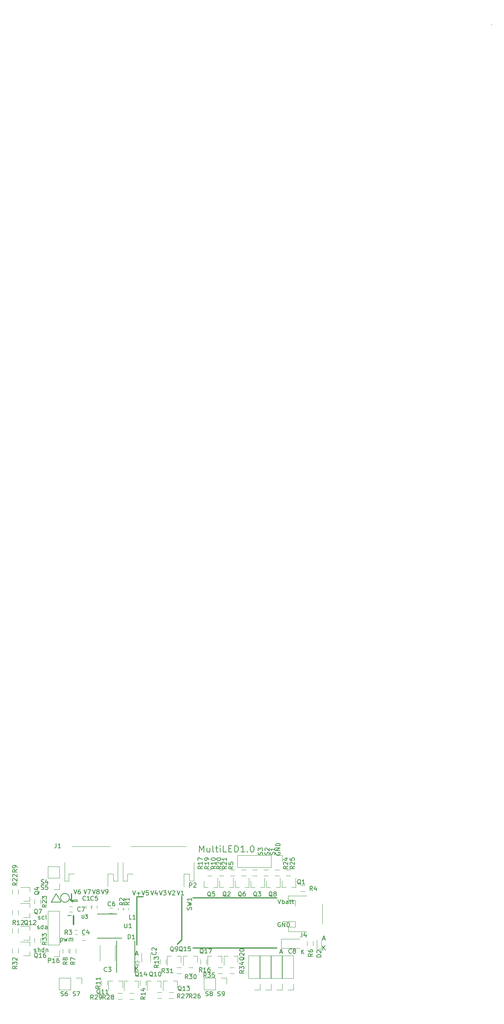
<source format=gbr>
G04 #@! TF.FileFunction,Legend,Top*
%FSLAX46Y46*%
G04 Gerber Fmt 4.6, Leading zero omitted, Abs format (unit mm)*
G04 Created by KiCad (PCBNEW 4.0.7) date 05/02/18 00:14:41*
%MOMM*%
%LPD*%
G01*
G04 APERTURE LIST*
%ADD10C,0.100000*%
%ADD11C,0.150000*%
%ADD12C,0.200000*%
%ADD13C,0.120000*%
%ADD14C,0.250000*%
%ADD15C,0.350000*%
G04 APERTURE END LIST*
D10*
D11*
X60504000Y33754096D02*
X60456381Y33658858D01*
X60456381Y33516001D01*
X60504000Y33373143D01*
X60599238Y33277905D01*
X60694476Y33230286D01*
X60884952Y33182667D01*
X61027810Y33182667D01*
X61218286Y33230286D01*
X61313524Y33277905D01*
X61408762Y33373143D01*
X61456381Y33516001D01*
X61456381Y33611239D01*
X61408762Y33754096D01*
X61361143Y33801715D01*
X61027810Y33801715D01*
X61027810Y33611239D01*
X61456381Y34230286D02*
X60456381Y34230286D01*
X61456381Y34801715D01*
X60456381Y34801715D01*
X61456381Y35277905D02*
X60456381Y35277905D01*
X60456381Y35516000D01*
X60504000Y35658858D01*
X60599238Y35754096D01*
X60694476Y35801715D01*
X60884952Y35849334D01*
X61027810Y35849334D01*
X61218286Y35801715D01*
X61313524Y35754096D01*
X61408762Y35658858D01*
X61456381Y35516000D01*
X61456381Y35277905D01*
X11492095Y1111238D02*
X11634952Y1063619D01*
X11873048Y1063619D01*
X11968286Y1111238D01*
X12015905Y1158857D01*
X12063524Y1254095D01*
X12063524Y1349333D01*
X12015905Y1444571D01*
X11968286Y1492190D01*
X11873048Y1539810D01*
X11682571Y1587429D01*
X11587333Y1635048D01*
X11539714Y1682667D01*
X11492095Y1777905D01*
X11492095Y1873143D01*
X11539714Y1968381D01*
X11587333Y2016000D01*
X11682571Y2063619D01*
X11920667Y2063619D01*
X12063524Y2016000D01*
X12920667Y2063619D02*
X12730190Y2063619D01*
X12634952Y2016000D01*
X12587333Y1968381D01*
X12492095Y1825524D01*
X12444476Y1635048D01*
X12444476Y1254095D01*
X12492095Y1158857D01*
X12539714Y1111238D01*
X12634952Y1063619D01*
X12825429Y1063619D01*
X12920667Y1111238D01*
X12968286Y1158857D01*
X13015905Y1254095D01*
X13015905Y1492190D01*
X12968286Y1587429D01*
X12920667Y1635048D01*
X12825429Y1682667D01*
X12634952Y1682667D01*
X12539714Y1635048D01*
X12492095Y1587429D01*
X12444476Y1492190D01*
X6349238Y18611238D02*
X6444476Y18563619D01*
X6634952Y18563619D01*
X6730191Y18611238D01*
X6777810Y18706476D01*
X6777810Y18754095D01*
X6730191Y18849333D01*
X6634952Y18896952D01*
X6492095Y18896952D01*
X6396857Y18944571D01*
X6349238Y19039810D01*
X6349238Y19087429D01*
X6396857Y19182667D01*
X6492095Y19230286D01*
X6634952Y19230286D01*
X6730191Y19182667D01*
X7634953Y18611238D02*
X7539715Y18563619D01*
X7349238Y18563619D01*
X7254000Y18611238D01*
X7206381Y18658857D01*
X7158762Y18754095D01*
X7158762Y19039810D01*
X7206381Y19135048D01*
X7254000Y19182667D01*
X7349238Y19230286D01*
X7539715Y19230286D01*
X7634953Y19182667D01*
X8206381Y18563619D02*
X8111143Y18611238D01*
X8063524Y18706476D01*
X8063524Y19563619D01*
X5418371Y11127238D02*
X5513609Y11079619D01*
X5704085Y11079619D01*
X5799324Y11127238D01*
X5846943Y11222476D01*
X5846943Y11270095D01*
X5799324Y11365333D01*
X5704085Y11412952D01*
X5561228Y11412952D01*
X5465990Y11460571D01*
X5418371Y11555810D01*
X5418371Y11603429D01*
X5465990Y11698667D01*
X5561228Y11746286D01*
X5704085Y11746286D01*
X5799324Y11698667D01*
X6275514Y11079619D02*
X6275514Y12079619D01*
X6704086Y11079619D02*
X6704086Y11603429D01*
X6656467Y11698667D01*
X6561229Y11746286D01*
X6418371Y11746286D01*
X6323133Y11698667D01*
X6275514Y11651048D01*
X7608848Y11079619D02*
X7608848Y12079619D01*
X7608848Y11127238D02*
X7513610Y11079619D01*
X7323133Y11079619D01*
X7227895Y11127238D01*
X7180276Y11174857D01*
X7132657Y11270095D01*
X7132657Y11555810D01*
X7180276Y11651048D01*
X7227895Y11698667D01*
X7323133Y11746286D01*
X7513610Y11746286D01*
X7608848Y11698667D01*
X8085038Y11746286D02*
X8085038Y11079619D01*
X8085038Y11651048D02*
X8132657Y11698667D01*
X8227895Y11746286D01*
X8370753Y11746286D01*
X8465991Y11698667D01*
X8513610Y11603429D01*
X8513610Y11079619D01*
X11385038Y14246286D02*
X11385038Y13246286D01*
X11385038Y14198667D02*
X11480276Y14246286D01*
X11670753Y14246286D01*
X11765991Y14198667D01*
X11813610Y14151048D01*
X11861229Y14055810D01*
X11861229Y13770095D01*
X11813610Y13674857D01*
X11765991Y13627238D01*
X11670753Y13579619D01*
X11480276Y13579619D01*
X11385038Y13627238D01*
X12194562Y14246286D02*
X12385038Y13579619D01*
X12575515Y14055810D01*
X12765991Y13579619D01*
X12956467Y14246286D01*
X13337419Y13579619D02*
X13337419Y14246286D01*
X13337419Y14151048D02*
X13385038Y14198667D01*
X13480276Y14246286D01*
X13623134Y14246286D01*
X13718372Y14198667D01*
X13765991Y14103429D01*
X13765991Y13579619D01*
X13765991Y14103429D02*
X13813610Y14198667D01*
X13908848Y14246286D01*
X14051705Y14246286D01*
X14146943Y14198667D01*
X14194562Y14103429D01*
X14194562Y13579619D01*
X6134952Y16361238D02*
X6230190Y16313619D01*
X6420666Y16313619D01*
X6515905Y16361238D01*
X6563524Y16456476D01*
X6563524Y16504095D01*
X6515905Y16599333D01*
X6420666Y16646952D01*
X6277809Y16646952D01*
X6182571Y16694571D01*
X6134952Y16789810D01*
X6134952Y16837429D01*
X6182571Y16932667D01*
X6277809Y16980286D01*
X6420666Y16980286D01*
X6515905Y16932667D01*
X7420667Y16313619D02*
X7420667Y17313619D01*
X7420667Y16361238D02*
X7325429Y16313619D01*
X7134952Y16313619D01*
X7039714Y16361238D01*
X6992095Y16408857D01*
X6944476Y16504095D01*
X6944476Y16789810D01*
X6992095Y16885048D01*
X7039714Y16932667D01*
X7134952Y16980286D01*
X7325429Y16980286D01*
X7420667Y16932667D01*
X8325429Y16313619D02*
X8325429Y16837429D01*
X8277810Y16932667D01*
X8182572Y16980286D01*
X7992095Y16980286D01*
X7896857Y16932667D01*
X8325429Y16361238D02*
X8230191Y16313619D01*
X7992095Y16313619D01*
X7896857Y16361238D01*
X7849238Y16456476D01*
X7849238Y16551714D01*
X7896857Y16646952D01*
X7992095Y16694571D01*
X8230191Y16694571D01*
X8325429Y16742190D01*
X47242095Y1111238D02*
X47384952Y1063619D01*
X47623048Y1063619D01*
X47718286Y1111238D01*
X47765905Y1158857D01*
X47813524Y1254095D01*
X47813524Y1349333D01*
X47765905Y1444571D01*
X47718286Y1492190D01*
X47623048Y1539810D01*
X47432571Y1587429D01*
X47337333Y1635048D01*
X47289714Y1682667D01*
X47242095Y1777905D01*
X47242095Y1873143D01*
X47289714Y1968381D01*
X47337333Y2016000D01*
X47432571Y2063619D01*
X47670667Y2063619D01*
X47813524Y2016000D01*
X48289714Y1063619D02*
X48480190Y1063619D01*
X48575429Y1111238D01*
X48623048Y1158857D01*
X48718286Y1301714D01*
X48765905Y1492190D01*
X48765905Y1873143D01*
X48718286Y1968381D01*
X48670667Y2016000D01*
X48575429Y2063619D01*
X48384952Y2063619D01*
X48289714Y2016000D01*
X48242095Y1968381D01*
X48194476Y1873143D01*
X48194476Y1635048D01*
X48242095Y1539810D01*
X48289714Y1492190D01*
X48384952Y1444571D01*
X48575429Y1444571D01*
X48670667Y1492190D01*
X48718286Y1539810D01*
X48765905Y1635048D01*
X44492095Y1111238D02*
X44634952Y1063619D01*
X44873048Y1063619D01*
X44968286Y1111238D01*
X45015905Y1158857D01*
X45063524Y1254095D01*
X45063524Y1349333D01*
X45015905Y1444571D01*
X44968286Y1492190D01*
X44873048Y1539810D01*
X44682571Y1587429D01*
X44587333Y1635048D01*
X44539714Y1682667D01*
X44492095Y1777905D01*
X44492095Y1873143D01*
X44539714Y1968381D01*
X44587333Y2016000D01*
X44682571Y2063619D01*
X44920667Y2063619D01*
X45063524Y2016000D01*
X45634952Y1635048D02*
X45539714Y1682667D01*
X45492095Y1730286D01*
X45444476Y1825524D01*
X45444476Y1873143D01*
X45492095Y1968381D01*
X45539714Y2016000D01*
X45634952Y2063619D01*
X45825429Y2063619D01*
X45920667Y2016000D01*
X45968286Y1968381D01*
X46015905Y1873143D01*
X46015905Y1825524D01*
X45968286Y1730286D01*
X45920667Y1682667D01*
X45825429Y1635048D01*
X45634952Y1635048D01*
X45539714Y1587429D01*
X45492095Y1539810D01*
X45444476Y1444571D01*
X45444476Y1254095D01*
X45492095Y1158857D01*
X45539714Y1111238D01*
X45634952Y1063619D01*
X45825429Y1063619D01*
X45920667Y1111238D01*
X45968286Y1158857D01*
X46015905Y1254095D01*
X46015905Y1444571D01*
X45968286Y1539810D01*
X45920667Y1587429D01*
X45825429Y1635048D01*
X14242095Y1111238D02*
X14384952Y1063619D01*
X14623048Y1063619D01*
X14718286Y1111238D01*
X14765905Y1158857D01*
X14813524Y1254095D01*
X14813524Y1349333D01*
X14765905Y1444571D01*
X14718286Y1492190D01*
X14623048Y1539810D01*
X14432571Y1587429D01*
X14337333Y1635048D01*
X14289714Y1682667D01*
X14242095Y1777905D01*
X14242095Y1873143D01*
X14289714Y1968381D01*
X14337333Y2016000D01*
X14432571Y2063619D01*
X14670667Y2063619D01*
X14813524Y2016000D01*
X15146857Y2063619D02*
X15813524Y2063619D01*
X15384952Y1063619D01*
X6992095Y25361238D02*
X7134952Y25313619D01*
X7373048Y25313619D01*
X7468286Y25361238D01*
X7515905Y25408857D01*
X7563524Y25504095D01*
X7563524Y25599333D01*
X7515905Y25694571D01*
X7468286Y25742190D01*
X7373048Y25789810D01*
X7182571Y25837429D01*
X7087333Y25885048D01*
X7039714Y25932667D01*
X6992095Y26027905D01*
X6992095Y26123143D01*
X7039714Y26218381D01*
X7087333Y26266000D01*
X7182571Y26313619D01*
X7420667Y26313619D01*
X7563524Y26266000D01*
X8468286Y26313619D02*
X7992095Y26313619D01*
X7944476Y25837429D01*
X7992095Y25885048D01*
X8087333Y25932667D01*
X8325429Y25932667D01*
X8420667Y25885048D01*
X8468286Y25837429D01*
X8515905Y25742190D01*
X8515905Y25504095D01*
X8468286Y25408857D01*
X8420667Y25361238D01*
X8325429Y25313619D01*
X8087333Y25313619D01*
X7992095Y25361238D01*
X7944476Y25408857D01*
X6992095Y26611238D02*
X7134952Y26563619D01*
X7373048Y26563619D01*
X7468286Y26611238D01*
X7515905Y26658857D01*
X7563524Y26754095D01*
X7563524Y26849333D01*
X7515905Y26944571D01*
X7468286Y26992190D01*
X7373048Y27039810D01*
X7182571Y27087429D01*
X7087333Y27135048D01*
X7039714Y27182667D01*
X6992095Y27277905D01*
X6992095Y27373143D01*
X7039714Y27468381D01*
X7087333Y27516000D01*
X7182571Y27563619D01*
X7420667Y27563619D01*
X7563524Y27516000D01*
X8420667Y27230286D02*
X8420667Y26563619D01*
X8182571Y27611238D02*
X7944476Y26896952D01*
X8563524Y26896952D01*
X57408762Y33254095D02*
X57456381Y33396952D01*
X57456381Y33635048D01*
X57408762Y33730286D01*
X57361143Y33777905D01*
X57265905Y33825524D01*
X57170667Y33825524D01*
X57075429Y33777905D01*
X57027810Y33730286D01*
X56980190Y33635048D01*
X56932571Y33444571D01*
X56884952Y33349333D01*
X56837333Y33301714D01*
X56742095Y33254095D01*
X56646857Y33254095D01*
X56551619Y33301714D01*
X56504000Y33349333D01*
X56456381Y33444571D01*
X56456381Y33682667D01*
X56504000Y33825524D01*
X56456381Y34158857D02*
X56456381Y34777905D01*
X56837333Y34444571D01*
X56837333Y34587429D01*
X56884952Y34682667D01*
X56932571Y34730286D01*
X57027810Y34777905D01*
X57265905Y34777905D01*
X57361143Y34730286D01*
X57408762Y34682667D01*
X57456381Y34587429D01*
X57456381Y34301714D01*
X57408762Y34206476D01*
X57361143Y34158857D01*
X58908762Y33254095D02*
X58956381Y33396952D01*
X58956381Y33635048D01*
X58908762Y33730286D01*
X58861143Y33777905D01*
X58765905Y33825524D01*
X58670667Y33825524D01*
X58575429Y33777905D01*
X58527810Y33730286D01*
X58480190Y33635048D01*
X58432571Y33444571D01*
X58384952Y33349333D01*
X58337333Y33301714D01*
X58242095Y33254095D01*
X58146857Y33254095D01*
X58051619Y33301714D01*
X58004000Y33349333D01*
X57956381Y33444571D01*
X57956381Y33682667D01*
X58004000Y33825524D01*
X58051619Y34206476D02*
X58004000Y34254095D01*
X57956381Y34349333D01*
X57956381Y34587429D01*
X58004000Y34682667D01*
X58051619Y34730286D01*
X58146857Y34777905D01*
X58242095Y34777905D01*
X58384952Y34730286D01*
X58956381Y34158857D01*
X58956381Y34777905D01*
X60158762Y33254095D02*
X60206381Y33396952D01*
X60206381Y33635048D01*
X60158762Y33730286D01*
X60111143Y33777905D01*
X60015905Y33825524D01*
X59920667Y33825524D01*
X59825429Y33777905D01*
X59777810Y33730286D01*
X59730190Y33635048D01*
X59682571Y33444571D01*
X59634952Y33349333D01*
X59587333Y33301714D01*
X59492095Y33254095D01*
X59396857Y33254095D01*
X59301619Y33301714D01*
X59254000Y33349333D01*
X59206381Y33444571D01*
X59206381Y33682667D01*
X59254000Y33825524D01*
X60206381Y34777905D02*
X60206381Y34206476D01*
X60206381Y34492190D02*
X59206381Y34492190D01*
X59349238Y34396952D01*
X59444476Y34301714D01*
X59492095Y34206476D01*
X20694476Y25313619D02*
X21027809Y24313619D01*
X21361143Y25313619D01*
X21742095Y24313619D02*
X21932571Y24313619D01*
X22027810Y24361238D01*
X22075429Y24408857D01*
X22170667Y24551714D01*
X22218286Y24742190D01*
X22218286Y25123143D01*
X22170667Y25218381D01*
X22123048Y25266000D01*
X22027810Y25313619D01*
X21837333Y25313619D01*
X21742095Y25266000D01*
X21694476Y25218381D01*
X21646857Y25123143D01*
X21646857Y24885048D01*
X21694476Y24789810D01*
X21742095Y24742190D01*
X21837333Y24694571D01*
X22027810Y24694571D01*
X22123048Y24742190D01*
X22170667Y24789810D01*
X22218286Y24885048D01*
X18694476Y25313619D02*
X19027809Y24313619D01*
X19361143Y25313619D01*
X19837333Y24885048D02*
X19742095Y24932667D01*
X19694476Y24980286D01*
X19646857Y25075524D01*
X19646857Y25123143D01*
X19694476Y25218381D01*
X19742095Y25266000D01*
X19837333Y25313619D01*
X20027810Y25313619D01*
X20123048Y25266000D01*
X20170667Y25218381D01*
X20218286Y25123143D01*
X20218286Y25075524D01*
X20170667Y24980286D01*
X20123048Y24932667D01*
X20027810Y24885048D01*
X19837333Y24885048D01*
X19742095Y24837429D01*
X19694476Y24789810D01*
X19646857Y24694571D01*
X19646857Y24504095D01*
X19694476Y24408857D01*
X19742095Y24361238D01*
X19837333Y24313619D01*
X20027810Y24313619D01*
X20123048Y24361238D01*
X20170667Y24408857D01*
X20218286Y24504095D01*
X20218286Y24694571D01*
X20170667Y24789810D01*
X20123048Y24837429D01*
X20027810Y24885048D01*
X16694476Y25313619D02*
X17027809Y24313619D01*
X17361143Y25313619D01*
X17599238Y25313619D02*
X18265905Y25313619D01*
X17837333Y24313619D01*
X14444476Y25313619D02*
X14777809Y24313619D01*
X15111143Y25313619D01*
X15873048Y25313619D02*
X15682571Y25313619D01*
X15587333Y25266000D01*
X15539714Y25218381D01*
X15444476Y25075524D01*
X15396857Y24885048D01*
X15396857Y24504095D01*
X15444476Y24408857D01*
X15492095Y24361238D01*
X15587333Y24313619D01*
X15777810Y24313619D01*
X15873048Y24361238D01*
X15920667Y24408857D01*
X15968286Y24504095D01*
X15968286Y24742190D01*
X15920667Y24837429D01*
X15873048Y24885048D01*
X15777810Y24932667D01*
X15587333Y24932667D01*
X15492095Y24885048D01*
X15444476Y24837429D01*
X15396857Y24742190D01*
X29944476Y25063619D02*
X30277809Y24063619D01*
X30611143Y25063619D01*
X31420667Y25063619D02*
X30944476Y25063619D01*
X30896857Y24587429D01*
X30944476Y24635048D01*
X31039714Y24682667D01*
X31277810Y24682667D01*
X31373048Y24635048D01*
X31420667Y24587429D01*
X31468286Y24492190D01*
X31468286Y24254095D01*
X31420667Y24158857D01*
X31373048Y24111238D01*
X31277810Y24063619D01*
X31039714Y24063619D01*
X30944476Y24111238D01*
X30896857Y24158857D01*
X31944476Y25063619D02*
X32277809Y24063619D01*
X32611143Y25063619D01*
X33373048Y24730286D02*
X33373048Y24063619D01*
X33134952Y25111238D02*
X32896857Y24396952D01*
X33515905Y24396952D01*
X33944476Y25063619D02*
X34277809Y24063619D01*
X34611143Y25063619D01*
X34849238Y25063619D02*
X35468286Y25063619D01*
X35134952Y24682667D01*
X35277810Y24682667D01*
X35373048Y24635048D01*
X35420667Y24587429D01*
X35468286Y24492190D01*
X35468286Y24254095D01*
X35420667Y24158857D01*
X35373048Y24111238D01*
X35277810Y24063619D01*
X34992095Y24063619D01*
X34896857Y24111238D01*
X34849238Y24158857D01*
X35944476Y25063619D02*
X36277809Y24063619D01*
X36611143Y25063619D01*
X36896857Y24968381D02*
X36944476Y25016000D01*
X37039714Y25063619D01*
X37277810Y25063619D01*
X37373048Y25016000D01*
X37420667Y24968381D01*
X37468286Y24873143D01*
X37468286Y24777905D01*
X37420667Y24635048D01*
X36849238Y24063619D01*
X37468286Y24063619D01*
X37944476Y25063619D02*
X38277809Y24063619D01*
X38611143Y25063619D01*
X39468286Y24063619D02*
X38896857Y24063619D01*
X39182571Y24063619D02*
X39182571Y25063619D01*
X39087333Y24920762D01*
X38992095Y24825524D01*
X38896857Y24777905D01*
X27801619Y25063619D02*
X28134952Y24063619D01*
X28468286Y25063619D01*
X28801619Y24444571D02*
X29563524Y24444571D01*
X29182572Y24063619D02*
X29182572Y24825524D01*
X61492096Y17766000D02*
X61396858Y17813619D01*
X61254001Y17813619D01*
X61111143Y17766000D01*
X61015905Y17670762D01*
X60968286Y17575524D01*
X60920667Y17385048D01*
X60920667Y17242190D01*
X60968286Y17051714D01*
X61015905Y16956476D01*
X61111143Y16861238D01*
X61254001Y16813619D01*
X61349239Y16813619D01*
X61492096Y16861238D01*
X61539715Y16908857D01*
X61539715Y17242190D01*
X61349239Y17242190D01*
X61968286Y16813619D02*
X61968286Y17813619D01*
X62539715Y16813619D01*
X62539715Y17813619D01*
X63015905Y16813619D02*
X63015905Y17813619D01*
X63254000Y17813619D01*
X63396858Y17766000D01*
X63492096Y17670762D01*
X63539715Y17575524D01*
X63587334Y17385048D01*
X63587334Y17242190D01*
X63539715Y17051714D01*
X63492096Y16956476D01*
X63396858Y16861238D01*
X63254000Y16813619D01*
X63015905Y16813619D01*
X60944476Y23063619D02*
X61277809Y22063619D01*
X61611143Y23063619D01*
X61944476Y22063619D02*
X61944476Y23063619D01*
X61944476Y22682667D02*
X62039714Y22730286D01*
X62230191Y22730286D01*
X62325429Y22682667D01*
X62373048Y22635048D01*
X62420667Y22539810D01*
X62420667Y22254095D01*
X62373048Y22158857D01*
X62325429Y22111238D01*
X62230191Y22063619D01*
X62039714Y22063619D01*
X61944476Y22111238D01*
X63277810Y22063619D02*
X63277810Y22587429D01*
X63230191Y22682667D01*
X63134953Y22730286D01*
X62944476Y22730286D01*
X62849238Y22682667D01*
X63277810Y22111238D02*
X63182572Y22063619D01*
X62944476Y22063619D01*
X62849238Y22111238D01*
X62801619Y22206476D01*
X62801619Y22301714D01*
X62849238Y22396952D01*
X62944476Y22444571D01*
X63182572Y22444571D01*
X63277810Y22492190D01*
X63611143Y22730286D02*
X63992095Y22730286D01*
X63754000Y23063619D02*
X63754000Y22206476D01*
X63801619Y22111238D01*
X63896857Y22063619D01*
X63992095Y22063619D01*
X64182572Y22730286D02*
X64563524Y22730286D01*
X64325429Y23063619D02*
X64325429Y22206476D01*
X64373048Y22111238D01*
X64468286Y22063619D01*
X64563524Y22063619D01*
X71160895Y11505619D02*
X71160895Y12505619D01*
X71732324Y11505619D02*
X71303752Y12077048D01*
X71732324Y12505619D02*
X71160895Y11934190D01*
X71184705Y14091333D02*
X71660896Y14091333D01*
X71089467Y13805619D02*
X71422800Y14805619D01*
X71756134Y13805619D01*
X66310895Y10630619D02*
X66310895Y11630619D01*
X66882324Y10630619D02*
X66453752Y11202048D01*
X66882324Y11630619D02*
X66310895Y11059190D01*
X61459705Y11016333D02*
X61935896Y11016333D01*
X61364467Y10730619D02*
X61697800Y11730619D01*
X62031134Y10730619D01*
X28492095Y6813619D02*
X28492095Y7813619D01*
X29063524Y6813619D02*
X28634952Y7385048D01*
X29063524Y7813619D02*
X28492095Y7242190D01*
X28515905Y10599333D02*
X28992096Y10599333D01*
X28420667Y10313619D02*
X28754000Y11313619D01*
X29087334Y10313619D01*
D12*
X43075429Y33837429D02*
X43075429Y35337429D01*
X43575429Y34266000D01*
X44075429Y35337429D01*
X44075429Y33837429D01*
X45432572Y34837429D02*
X45432572Y33837429D01*
X44789715Y34837429D02*
X44789715Y34051714D01*
X44861143Y33908857D01*
X45004001Y33837429D01*
X45218286Y33837429D01*
X45361143Y33908857D01*
X45432572Y33980286D01*
X46361144Y33837429D02*
X46218286Y33908857D01*
X46146858Y34051714D01*
X46146858Y35337429D01*
X46718286Y34837429D02*
X47289715Y34837429D01*
X46932572Y35337429D02*
X46932572Y34051714D01*
X47004000Y33908857D01*
X47146858Y33837429D01*
X47289715Y33837429D01*
X47789715Y33837429D02*
X47789715Y34837429D01*
X47789715Y35337429D02*
X47718286Y35266000D01*
X47789715Y35194571D01*
X47861143Y35266000D01*
X47789715Y35337429D01*
X47789715Y35194571D01*
X49218287Y33837429D02*
X48504001Y33837429D01*
X48504001Y35337429D01*
X49718287Y34623143D02*
X50218287Y34623143D01*
X50432573Y33837429D02*
X49718287Y33837429D01*
X49718287Y35337429D01*
X50432573Y35337429D01*
X51075430Y33837429D02*
X51075430Y35337429D01*
X51432573Y35337429D01*
X51646858Y35266000D01*
X51789716Y35123143D01*
X51861144Y34980286D01*
X51932573Y34694571D01*
X51932573Y34480286D01*
X51861144Y34194571D01*
X51789716Y34051714D01*
X51646858Y33908857D01*
X51432573Y33837429D01*
X51075430Y33837429D01*
X53361144Y33837429D02*
X52504001Y33837429D01*
X52932573Y33837429D02*
X52932573Y35337429D01*
X52789716Y35123143D01*
X52646858Y34980286D01*
X52504001Y34908857D01*
X54004001Y33980286D02*
X54075429Y33908857D01*
X54004001Y33837429D01*
X53932572Y33908857D01*
X54004001Y33980286D01*
X54004001Y33837429D01*
X55004001Y35337429D02*
X55146858Y35337429D01*
X55289715Y35266000D01*
X55361144Y35194571D01*
X55432573Y35051714D01*
X55504001Y34766000D01*
X55504001Y34408857D01*
X55432573Y34123143D01*
X55361144Y33980286D01*
X55289715Y33908857D01*
X55146858Y33837429D01*
X55004001Y33837429D01*
X54861144Y33908857D01*
X54789715Y33980286D01*
X54718287Y34123143D01*
X54646858Y34408857D01*
X54646858Y34766000D01*
X54718287Y35051714D01*
X54789715Y35194571D01*
X54861144Y35266000D01*
X55004001Y35337429D01*
D13*
X390800Y15391000D02*
X390800Y16391000D01*
X1750800Y16391000D02*
X1750800Y15391000D01*
X39484800Y28898000D02*
X40759800Y28898000D01*
X40759800Y28898000D02*
X40759800Y27298000D01*
X40759800Y27298000D02*
X41759800Y27298000D01*
X41759800Y27298000D02*
X41759800Y31523000D01*
X25659800Y31523000D02*
X25659800Y27298000D01*
X25659800Y27298000D02*
X26659800Y27298000D01*
X26659800Y27298000D02*
X26659800Y28898000D01*
X26659800Y28898000D02*
X27934800Y28898000D01*
X40034800Y35098000D02*
X27384800Y35098000D01*
X39484800Y28898000D02*
X39484800Y25998000D01*
D14*
X39020300Y13874500D02*
X38020300Y12874500D01*
X28720300Y23724500D02*
X30220300Y23724500D01*
X39020300Y13824500D02*
X39020300Y23824500D01*
X28720300Y12674500D02*
X28720300Y23674500D01*
D13*
X47623800Y25799000D02*
X48553800Y25799000D01*
X50783800Y25799000D02*
X49853800Y25799000D01*
X50783800Y25799000D02*
X50783800Y27959000D01*
X47623800Y25799000D02*
X47623800Y27259000D01*
X61847800Y25799000D02*
X62777800Y25799000D01*
X65007800Y25799000D02*
X64077800Y25799000D01*
X65007800Y25799000D02*
X65007800Y27959000D01*
X61847800Y25799000D02*
X61847800Y27259000D01*
D11*
X12970300Y19424500D02*
X13870300Y19424500D01*
D15*
X14370300Y19324500D02*
X14370300Y17324500D01*
D13*
X61647800Y14058000D02*
X65897800Y14058000D01*
X61647800Y11958000D02*
X65897800Y11958000D01*
X61647800Y14058000D02*
X61647800Y11958000D01*
X17020300Y13724500D02*
X16320300Y13724500D01*
X16320300Y14924500D02*
X17020300Y14924500D01*
X31917800Y8808000D02*
X31917800Y10808000D01*
X29877800Y10808000D02*
X29877800Y8808000D01*
X20390300Y12624500D02*
X20390300Y9024500D01*
X23850300Y9024500D02*
X23850300Y12624500D01*
X18520300Y20974500D02*
X18520300Y21674500D01*
X19720300Y21674500D02*
X19720300Y20974500D01*
X23270300Y19924500D02*
X22570300Y19924500D01*
X22570300Y21124500D02*
X23270300Y21124500D01*
X25790300Y21124500D02*
X25790300Y20624500D01*
X26850300Y20624500D02*
X26850300Y21124500D01*
X25600300Y20624500D02*
X25600300Y21124500D01*
X24540300Y21124500D02*
X24540300Y20624500D01*
X15220300Y16104500D02*
X14720300Y16104500D01*
X14720300Y15044500D02*
X15220300Y15044500D01*
D14*
X41567800Y12068000D02*
X60667800Y12068000D01*
X41567800Y23458000D02*
X60667800Y23458000D01*
D11*
X24270300Y19749500D02*
X19770300Y19749500D01*
X25395300Y14199500D02*
X19770300Y14199500D01*
X28320300Y6474500D02*
X28320300Y13654500D01*
X24220300Y6474500D02*
X24220300Y13674500D01*
D10*
X28810300Y7804500D02*
X28810300Y8104500D01*
X28810300Y8104500D02*
X28310300Y8104500D01*
X28810300Y8104500D02*
X29310300Y8104500D01*
X28810300Y8104500D02*
X29310300Y8904500D01*
X29310300Y8904500D02*
X28310300Y8904500D01*
X28310300Y8904500D02*
X28810300Y8104500D01*
X28810300Y8904500D02*
X28810300Y9304500D01*
D13*
X69797800Y11708000D02*
X70797800Y11708000D01*
X70797800Y11708000D02*
X70797800Y13808000D01*
X69797800Y11708000D02*
X69797800Y13808000D01*
X17170300Y20974500D02*
X17170300Y21674500D01*
X18370300Y21674500D02*
X18370300Y20974500D01*
X64872800Y18033000D02*
X64872800Y16758000D01*
X64872800Y16758000D02*
X63272800Y16758000D01*
X63272800Y16758000D02*
X63272800Y15758000D01*
X63272800Y15758000D02*
X67497800Y15758000D01*
X67497800Y23858000D02*
X63272800Y23858000D01*
X63272800Y23858000D02*
X63272800Y22858000D01*
X63272800Y22858000D02*
X64872800Y22858000D01*
X64872800Y22858000D02*
X64872800Y21583000D01*
X71072800Y17483000D02*
X71072800Y22133000D01*
X64872800Y18033000D02*
X61972800Y18033000D01*
X13424800Y21436000D02*
X14124800Y21436000D01*
X14124800Y20236000D02*
X13424800Y20236000D01*
X67102800Y24863000D02*
X66102800Y24863000D01*
X66102800Y26223000D02*
X67102800Y26223000D01*
X58720800Y28419000D02*
X57720800Y28419000D01*
X57720800Y29779000D02*
X58720800Y29779000D01*
X67617800Y12508000D02*
X67617800Y13508000D01*
X68977800Y13508000D02*
X68977800Y12508000D01*
X13517800Y10808000D02*
X13517800Y11808000D01*
X14877800Y11808000D02*
X14877800Y10808000D01*
X11917800Y10808000D02*
X11917800Y11808000D01*
X13277800Y11808000D02*
X13277800Y10808000D01*
X54735800Y25799000D02*
X55665800Y25799000D01*
X57895800Y25799000D02*
X56965800Y25799000D01*
X57895800Y25799000D02*
X57895800Y27959000D01*
X54735800Y25799000D02*
X54735800Y27259000D01*
X4370800Y22693000D02*
X4370800Y23623000D01*
X4370800Y25853000D02*
X4370800Y24923000D01*
X4370800Y25853000D02*
X2210800Y25853000D01*
X4370800Y22693000D02*
X2910800Y22693000D01*
X44067800Y25799000D02*
X44997800Y25799000D01*
X47227800Y25799000D02*
X46297800Y25799000D01*
X47227800Y25799000D02*
X47227800Y27959000D01*
X44067800Y25799000D02*
X44067800Y27259000D01*
X51179800Y25799000D02*
X52109800Y25799000D01*
X54339800Y25799000D02*
X53409800Y25799000D01*
X54339800Y25799000D02*
X54339800Y27959000D01*
X51179800Y25799000D02*
X51179800Y27259000D01*
X4370800Y19010000D02*
X4370800Y19940000D01*
X4370800Y22170000D02*
X4370800Y21240000D01*
X4370800Y22170000D02*
X2210800Y22170000D01*
X4370800Y19010000D02*
X2910800Y19010000D01*
X58291800Y25799000D02*
X59221800Y25799000D01*
X61451800Y25799000D02*
X60521800Y25799000D01*
X61451800Y25799000D02*
X61451800Y27959000D01*
X58291800Y25799000D02*
X58291800Y27259000D01*
X38845800Y10174000D02*
X37915800Y10174000D01*
X35685800Y10174000D02*
X36615800Y10174000D01*
X35685800Y10174000D02*
X35685800Y8014000D01*
X38845800Y10174000D02*
X38845800Y8714000D01*
X34273800Y4459000D02*
X33343800Y4459000D01*
X31113800Y4459000D02*
X32043800Y4459000D01*
X31113800Y4459000D02*
X31113800Y2299000D01*
X34273800Y4459000D02*
X34273800Y2999000D01*
X25510800Y4459000D02*
X24580800Y4459000D01*
X22350800Y4459000D02*
X23280800Y4459000D01*
X22350800Y4459000D02*
X22350800Y2299000D01*
X25510800Y4459000D02*
X25510800Y2999000D01*
X390800Y24281000D02*
X390800Y25281000D01*
X1750800Y25281000D02*
X1750800Y24281000D01*
X51100800Y28419000D02*
X50100800Y28419000D01*
X50100800Y29779000D02*
X51100800Y29779000D01*
X22070800Y4580000D02*
X22070800Y3580000D01*
X20710800Y3580000D02*
X20710800Y4580000D01*
X35405800Y9406000D02*
X35405800Y8406000D01*
X34045800Y8406000D02*
X34045800Y9406000D01*
X30833800Y4580000D02*
X30833800Y3580000D01*
X29473800Y3580000D02*
X29473800Y4580000D01*
X44676800Y9406000D02*
X44676800Y8406000D01*
X43316800Y8406000D02*
X43316800Y9406000D01*
X11163800Y30556000D02*
X8503800Y30556000D01*
X11163800Y27956000D02*
X11163800Y30556000D01*
X8503800Y27956000D02*
X8503800Y30556000D01*
X11163800Y27956000D02*
X8503800Y27956000D01*
X11163800Y26686000D02*
X11163800Y25356000D01*
X11163800Y25356000D02*
X9833800Y25356000D01*
X56883800Y10236000D02*
X54223800Y10236000D01*
X56883800Y5096000D02*
X56883800Y10236000D01*
X54223800Y5096000D02*
X54223800Y10236000D01*
X56883800Y5096000D02*
X54223800Y5096000D01*
X56883800Y3826000D02*
X56883800Y2496000D01*
X56883800Y2496000D02*
X55553800Y2496000D01*
X64503800Y10236000D02*
X61843800Y10236000D01*
X64503800Y5096000D02*
X64503800Y10236000D01*
X61843800Y5096000D02*
X61843800Y10236000D01*
X64503800Y5096000D02*
X61843800Y5096000D01*
X64503800Y3826000D02*
X64503800Y2496000D01*
X64503800Y2496000D02*
X63173800Y2496000D01*
X61963800Y10236000D02*
X59303800Y10236000D01*
X61963800Y5096000D02*
X61963800Y10236000D01*
X59303800Y5096000D02*
X59303800Y10236000D01*
X61963800Y5096000D02*
X59303800Y5096000D01*
X61963800Y3826000D02*
X61963800Y2496000D01*
X61963800Y2496000D02*
X60633800Y2496000D01*
X59423800Y10236000D02*
X56763800Y10236000D01*
X59423800Y5096000D02*
X59423800Y10236000D01*
X56763800Y5096000D02*
X56763800Y10236000D01*
X59423800Y5096000D02*
X56763800Y5096000D01*
X59423800Y3826000D02*
X59423800Y2496000D01*
X59423800Y2496000D02*
X58093800Y2496000D01*
X11163800Y20396000D02*
X8503800Y20396000D01*
X11163800Y12716000D02*
X11163800Y20396000D01*
X8503800Y12716000D02*
X8503800Y20396000D01*
X11163800Y12716000D02*
X8503800Y12716000D01*
X11163800Y11446000D02*
X11163800Y10116000D01*
X11163800Y10116000D02*
X9833800Y10116000D01*
X4370800Y13803000D02*
X4370800Y14733000D01*
X4370800Y16963000D02*
X4370800Y16033000D01*
X4370800Y16963000D02*
X2210800Y16963000D01*
X4370800Y13803000D02*
X2910800Y13803000D01*
X37956800Y4459000D02*
X37026800Y4459000D01*
X34796800Y4459000D02*
X35726800Y4459000D01*
X34796800Y4459000D02*
X34796800Y2299000D01*
X37956800Y4459000D02*
X37956800Y2999000D01*
X29066800Y4459000D02*
X28136800Y4459000D01*
X25906800Y4459000D02*
X26836800Y4459000D01*
X25906800Y4459000D02*
X25906800Y2299000D01*
X29066800Y4459000D02*
X29066800Y2999000D01*
X42528800Y10174000D02*
X41598800Y10174000D01*
X39368800Y10174000D02*
X40298800Y10174000D01*
X39368800Y10174000D02*
X39368800Y8014000D01*
X42528800Y10174000D02*
X42528800Y8714000D01*
X4370800Y10247000D02*
X4370800Y11177000D01*
X4370800Y13407000D02*
X4370800Y12477000D01*
X4370800Y13407000D02*
X2210800Y13407000D01*
X4370800Y10247000D02*
X2910800Y10247000D01*
X48116800Y10174000D02*
X47186800Y10174000D01*
X44956800Y10174000D02*
X45886800Y10174000D01*
X44956800Y10174000D02*
X44956800Y8014000D01*
X48116800Y10174000D02*
X48116800Y8714000D01*
X51799800Y10174000D02*
X50869800Y10174000D01*
X48639800Y10174000D02*
X49569800Y10174000D01*
X48639800Y10174000D02*
X48639800Y8014000D01*
X51799800Y10174000D02*
X51799800Y8714000D01*
X45893800Y28419000D02*
X44893800Y28419000D01*
X44893800Y29779000D02*
X45893800Y29779000D01*
X48560800Y28419000D02*
X47560800Y28419000D01*
X47560800Y29779000D02*
X48560800Y29779000D01*
X53640800Y28419000D02*
X52640800Y28419000D01*
X52640800Y29779000D02*
X53640800Y29779000D01*
X56180800Y28419000D02*
X55180800Y28419000D01*
X55180800Y29779000D02*
X56180800Y29779000D01*
X1750800Y20582000D02*
X1750800Y19582000D01*
X390800Y19582000D02*
X390800Y20582000D01*
X6830800Y22995000D02*
X6830800Y21995000D01*
X5470800Y21995000D02*
X5470800Y22995000D01*
X61260800Y28419000D02*
X60260800Y28419000D01*
X60260800Y29779000D02*
X61260800Y29779000D01*
X63800800Y28419000D02*
X62800800Y28419000D01*
X62800800Y29779000D02*
X63800800Y29779000D01*
X36130800Y1839000D02*
X37130800Y1839000D01*
X37130800Y479000D02*
X36130800Y479000D01*
X33463800Y1839000D02*
X34463800Y1839000D01*
X34463800Y479000D02*
X33463800Y479000D01*
X27113800Y1712000D02*
X28113800Y1712000D01*
X28113800Y352000D02*
X27113800Y352000D01*
X24446800Y1712000D02*
X25446800Y1712000D01*
X25446800Y352000D02*
X24446800Y352000D01*
X40575800Y7554000D02*
X41575800Y7554000D01*
X41575800Y6194000D02*
X40575800Y6194000D01*
X37908800Y7554000D02*
X38908800Y7554000D01*
X38908800Y6194000D02*
X37908800Y6194000D01*
X1750800Y11819000D02*
X1750800Y10819000D01*
X390800Y10819000D02*
X390800Y11819000D01*
X6830800Y14232000D02*
X6830800Y13232000D01*
X5470800Y13232000D02*
X5470800Y14232000D01*
X49973800Y7554000D02*
X50973800Y7554000D01*
X50973800Y6194000D02*
X49973800Y6194000D01*
X47306800Y7554000D02*
X48306800Y7554000D01*
X48306800Y6194000D02*
X47306800Y6194000D01*
X44063800Y5156000D02*
X44063800Y2496000D01*
X46663800Y5156000D02*
X44063800Y5156000D01*
X46663800Y2496000D02*
X44063800Y2496000D01*
X46663800Y5156000D02*
X46663800Y2496000D01*
X47933800Y5156000D02*
X49263800Y5156000D01*
X49263800Y5156000D02*
X49263800Y3826000D01*
X22117800Y28898000D02*
X23392800Y28898000D01*
X23392800Y28898000D02*
X23392800Y27298000D01*
X23392800Y27298000D02*
X24392800Y27298000D01*
X24392800Y27298000D02*
X24392800Y31523000D01*
X12292800Y31523000D02*
X12292800Y27298000D01*
X12292800Y27298000D02*
X13292800Y27298000D01*
X13292800Y27298000D02*
X13292800Y28898000D01*
X13292800Y28898000D02*
X14567800Y28898000D01*
X22667800Y35098000D02*
X14017800Y35098000D01*
X22117800Y28898000D02*
X22117800Y25998000D01*
X11043800Y5156000D02*
X11043800Y2496000D01*
X13643800Y5156000D02*
X11043800Y5156000D01*
X13643800Y2496000D02*
X11043800Y2496000D01*
X13643800Y5156000D02*
X13643800Y2496000D01*
X14913800Y5156000D02*
X16243800Y5156000D01*
X16243800Y5156000D02*
X16243800Y3826000D01*
X51683800Y33096000D02*
X51683800Y30436000D01*
X59363800Y33096000D02*
X51683800Y33096000D01*
X59363800Y30436000D02*
X51683800Y30436000D01*
X59363800Y33096000D02*
X59363800Y30436000D01*
X60633800Y33096000D02*
X61963800Y33096000D01*
X61963800Y33096000D02*
X61963800Y31766000D01*
D11*
X13404000Y23416000D02*
G75*
G03X13404000Y23416000I-1000000J0D01*
G01*
X9278058Y22462028D02*
X9837516Y23422502D01*
X9837516Y23422502D02*
X10396974Y24382977D01*
X10396974Y24382977D02*
X10958069Y23423437D01*
X10958069Y23423437D02*
X11519164Y22463898D01*
X11519164Y22463898D02*
X10398611Y22462963D01*
X10398611Y22462963D02*
X9278058Y22462028D01*
X109704000Y222416000D02*
X109704000Y222416000D01*
X13809121Y24376085D02*
X13809121Y22906972D01*
X13809121Y22906972D02*
X13625518Y23090988D01*
X13625518Y23090988D02*
X13535435Y23001181D01*
X13535435Y23001181D02*
X14078004Y22457388D01*
X14078004Y22457388D02*
X14168098Y22547195D01*
X14168098Y22547195D02*
X13992710Y22722970D01*
X13992710Y22722970D02*
X14435318Y22722970D01*
X14435318Y22722970D02*
X14435318Y22650608D01*
X14435318Y22650608D02*
X15203697Y22650608D01*
X15203697Y22650608D02*
X15203697Y22938751D01*
X15203697Y22938751D02*
X14435318Y22938751D01*
X14435318Y22938751D02*
X14435318Y22851032D01*
X14435318Y22851032D02*
X13937184Y22851032D01*
X13937184Y22851032D02*
X13937184Y24376085D01*
X13937184Y24376085D02*
X13809121Y24376085D01*
X109604000Y222416000D02*
X109604000Y222416000D01*
X109604000Y222416000D02*
X109604000Y222416000D01*
X1111143Y17313619D02*
X777809Y17789810D01*
X539714Y17313619D02*
X539714Y18313619D01*
X920667Y18313619D01*
X1015905Y18266000D01*
X1063524Y18218381D01*
X1111143Y18123143D01*
X1111143Y17980286D01*
X1063524Y17885048D01*
X1015905Y17837429D01*
X920667Y17789810D01*
X539714Y17789810D01*
X2063524Y17313619D02*
X1492095Y17313619D01*
X1777809Y17313619D02*
X1777809Y18313619D01*
X1682571Y18170762D01*
X1587333Y18075524D01*
X1492095Y18027905D01*
X2444476Y18218381D02*
X2492095Y18266000D01*
X2587333Y18313619D01*
X2825429Y18313619D01*
X2920667Y18266000D01*
X2968286Y18218381D01*
X3015905Y18123143D01*
X3015905Y18027905D01*
X2968286Y17885048D01*
X2396857Y17313619D01*
X3015905Y17313619D01*
X40765905Y25813619D02*
X40765905Y26813619D01*
X41146858Y26813619D01*
X41242096Y26766000D01*
X41289715Y26718381D01*
X41337334Y26623143D01*
X41337334Y26480286D01*
X41289715Y26385048D01*
X41242096Y26337429D01*
X41146858Y26289810D01*
X40765905Y26289810D01*
X41718286Y26718381D02*
X41765905Y26766000D01*
X41861143Y26813619D01*
X42099239Y26813619D01*
X42194477Y26766000D01*
X42242096Y26718381D01*
X42289715Y26623143D01*
X42289715Y26527905D01*
X42242096Y26385048D01*
X41670667Y25813619D01*
X42289715Y25813619D01*
X27587334Y18563619D02*
X27111143Y18563619D01*
X27111143Y19563619D01*
X28444477Y18563619D02*
X27873048Y18563619D01*
X28158762Y18563619D02*
X28158762Y19563619D01*
X28063524Y19420762D01*
X27968286Y19325524D01*
X27873048Y19277905D01*
X49158762Y23718381D02*
X49063524Y23766000D01*
X48968286Y23861238D01*
X48825429Y24004095D01*
X48730190Y24051714D01*
X48634952Y24051714D01*
X48682571Y23813619D02*
X48587333Y23861238D01*
X48492095Y23956476D01*
X48444476Y24146952D01*
X48444476Y24480286D01*
X48492095Y24670762D01*
X48587333Y24766000D01*
X48682571Y24813619D01*
X48873048Y24813619D01*
X48968286Y24766000D01*
X49063524Y24670762D01*
X49111143Y24480286D01*
X49111143Y24146952D01*
X49063524Y23956476D01*
X48968286Y23861238D01*
X48873048Y23813619D01*
X48682571Y23813619D01*
X49492095Y24718381D02*
X49539714Y24766000D01*
X49634952Y24813619D01*
X49873048Y24813619D01*
X49968286Y24766000D01*
X50015905Y24718381D01*
X50063524Y24623143D01*
X50063524Y24527905D01*
X50015905Y24385048D01*
X49444476Y23813619D01*
X50063524Y23813619D01*
X66158762Y26468381D02*
X66063524Y26516000D01*
X65968286Y26611238D01*
X65825429Y26754095D01*
X65730190Y26801714D01*
X65634952Y26801714D01*
X65682571Y26563619D02*
X65587333Y26611238D01*
X65492095Y26706476D01*
X65444476Y26896952D01*
X65444476Y27230286D01*
X65492095Y27420762D01*
X65587333Y27516000D01*
X65682571Y27563619D01*
X65873048Y27563619D01*
X65968286Y27516000D01*
X66063524Y27420762D01*
X66111143Y27230286D01*
X66111143Y26896952D01*
X66063524Y26706476D01*
X65968286Y26611238D01*
X65873048Y26563619D01*
X65682571Y26563619D01*
X67063524Y26563619D02*
X66492095Y26563619D01*
X66777809Y26563619D02*
X66777809Y27563619D01*
X66682571Y27420762D01*
X66587333Y27325524D01*
X66492095Y27277905D01*
X16288276Y19521095D02*
X16288276Y18873476D01*
X16326371Y18797286D01*
X16364467Y18759190D01*
X16440657Y18721095D01*
X16593038Y18721095D01*
X16669229Y18759190D01*
X16707324Y18797286D01*
X16745419Y18873476D01*
X16745419Y19521095D01*
X17050181Y19521095D02*
X17545419Y19521095D01*
X17278752Y19216333D01*
X17393038Y19216333D01*
X17469228Y19178238D01*
X17507324Y19140143D01*
X17545419Y19063952D01*
X17545419Y18873476D01*
X17507324Y18797286D01*
X17469228Y18759190D01*
X17393038Y18721095D01*
X17164466Y18721095D01*
X17088276Y18759190D01*
X17050181Y18797286D01*
X64031134Y10875857D02*
X63983515Y10828238D01*
X63840658Y10780619D01*
X63745420Y10780619D01*
X63602562Y10828238D01*
X63507324Y10923476D01*
X63459705Y11018714D01*
X63412086Y11209190D01*
X63412086Y11352048D01*
X63459705Y11542524D01*
X63507324Y11637762D01*
X63602562Y11733000D01*
X63745420Y11780619D01*
X63840658Y11780619D01*
X63983515Y11733000D01*
X64031134Y11685381D01*
X64602562Y11352048D02*
X64507324Y11399667D01*
X64459705Y11447286D01*
X64412086Y11542524D01*
X64412086Y11590143D01*
X64459705Y11685381D01*
X64507324Y11733000D01*
X64602562Y11780619D01*
X64793039Y11780619D01*
X64888277Y11733000D01*
X64935896Y11685381D01*
X64983515Y11590143D01*
X64983515Y11542524D01*
X64935896Y11447286D01*
X64888277Y11399667D01*
X64793039Y11352048D01*
X64602562Y11352048D01*
X64507324Y11304429D01*
X64459705Y11256810D01*
X64412086Y11161571D01*
X64412086Y10971095D01*
X64459705Y10875857D01*
X64507324Y10828238D01*
X64602562Y10780619D01*
X64793039Y10780619D01*
X64888277Y10828238D01*
X64935896Y10875857D01*
X64983515Y10971095D01*
X64983515Y11161571D01*
X64935896Y11256810D01*
X64888277Y11304429D01*
X64793039Y11352048D01*
X16981134Y15225857D02*
X16933515Y15178238D01*
X16790658Y15130619D01*
X16695420Y15130619D01*
X16552562Y15178238D01*
X16457324Y15273476D01*
X16409705Y15368714D01*
X16362086Y15559190D01*
X16362086Y15702048D01*
X16409705Y15892524D01*
X16457324Y15987762D01*
X16552562Y16083000D01*
X16695420Y16130619D01*
X16790658Y16130619D01*
X16933515Y16083000D01*
X16981134Y16035381D01*
X17838277Y15797286D02*
X17838277Y15130619D01*
X17600181Y16178238D02*
X17362086Y15463952D01*
X17981134Y15463952D01*
X33111143Y11099334D02*
X33158762Y11051715D01*
X33206381Y10908858D01*
X33206381Y10813620D01*
X33158762Y10670762D01*
X33063524Y10575524D01*
X32968286Y10527905D01*
X32777810Y10480286D01*
X32634952Y10480286D01*
X32444476Y10527905D01*
X32349238Y10575524D01*
X32254000Y10670762D01*
X32206381Y10813620D01*
X32206381Y10908858D01*
X32254000Y11051715D01*
X32301619Y11099334D01*
X32301619Y11480286D02*
X32254000Y11527905D01*
X32206381Y11623143D01*
X32206381Y11861239D01*
X32254000Y11956477D01*
X32301619Y12004096D01*
X32396857Y12051715D01*
X32492095Y12051715D01*
X32634952Y12004096D01*
X33206381Y11432667D01*
X33206381Y12051715D01*
X21953634Y6717357D02*
X21906015Y6669738D01*
X21763158Y6622119D01*
X21667920Y6622119D01*
X21525062Y6669738D01*
X21429824Y6764976D01*
X21382205Y6860214D01*
X21334586Y7050690D01*
X21334586Y7193548D01*
X21382205Y7384024D01*
X21429824Y7479262D01*
X21525062Y7574500D01*
X21667920Y7622119D01*
X21763158Y7622119D01*
X21906015Y7574500D01*
X21953634Y7526881D01*
X22286967Y7622119D02*
X22906015Y7622119D01*
X22572681Y7241167D01*
X22715539Y7241167D01*
X22810777Y7193548D01*
X22858396Y7145929D01*
X22906015Y7050690D01*
X22906015Y6812595D01*
X22858396Y6717357D01*
X22810777Y6669738D01*
X22715539Y6622119D01*
X22429824Y6622119D01*
X22334586Y6669738D01*
X22286967Y6717357D01*
X18903634Y22917357D02*
X18856015Y22869738D01*
X18713158Y22822119D01*
X18617920Y22822119D01*
X18475062Y22869738D01*
X18379824Y22964976D01*
X18332205Y23060214D01*
X18284586Y23250690D01*
X18284586Y23393548D01*
X18332205Y23584024D01*
X18379824Y23679262D01*
X18475062Y23774500D01*
X18617920Y23822119D01*
X18713158Y23822119D01*
X18856015Y23774500D01*
X18903634Y23726881D01*
X19808396Y23822119D02*
X19332205Y23822119D01*
X19284586Y23345929D01*
X19332205Y23393548D01*
X19427443Y23441167D01*
X19665539Y23441167D01*
X19760777Y23393548D01*
X19808396Y23345929D01*
X19856015Y23250690D01*
X19856015Y23012595D01*
X19808396Y22917357D01*
X19760777Y22869738D01*
X19665539Y22822119D01*
X19427443Y22822119D01*
X19332205Y22869738D01*
X19284586Y22917357D01*
X22837334Y21658857D02*
X22789715Y21611238D01*
X22646858Y21563619D01*
X22551620Y21563619D01*
X22408762Y21611238D01*
X22313524Y21706476D01*
X22265905Y21801714D01*
X22218286Y21992190D01*
X22218286Y22135048D01*
X22265905Y22325524D01*
X22313524Y22420762D01*
X22408762Y22516000D01*
X22551620Y22563619D01*
X22646858Y22563619D01*
X22789715Y22516000D01*
X22837334Y22468381D01*
X23694477Y22563619D02*
X23504000Y22563619D01*
X23408762Y22516000D01*
X23361143Y22468381D01*
X23265905Y22325524D01*
X23218286Y22135048D01*
X23218286Y21754095D01*
X23265905Y21658857D01*
X23313524Y21611238D01*
X23408762Y21563619D01*
X23599239Y21563619D01*
X23694477Y21611238D01*
X23742096Y21658857D01*
X23789715Y21754095D01*
X23789715Y21992190D01*
X23742096Y22087429D01*
X23694477Y22135048D01*
X23599239Y22182667D01*
X23408762Y22182667D01*
X23313524Y22135048D01*
X23265905Y22087429D01*
X23218286Y21992190D01*
X27025181Y22441334D02*
X26548990Y22108000D01*
X27025181Y21869905D02*
X26025181Y21869905D01*
X26025181Y22250858D01*
X26072800Y22346096D01*
X26120419Y22393715D01*
X26215657Y22441334D01*
X26358514Y22441334D01*
X26453752Y22393715D01*
X26501371Y22346096D01*
X26548990Y22250858D01*
X26548990Y21869905D01*
X27025181Y23393715D02*
X27025181Y22822286D01*
X27025181Y23108000D02*
X26025181Y23108000D01*
X26168038Y23012762D01*
X26263276Y22917524D01*
X26310895Y22822286D01*
X25850181Y22391334D02*
X25373990Y22058000D01*
X25850181Y21819905D02*
X24850181Y21819905D01*
X24850181Y22200858D01*
X24897800Y22296096D01*
X24945419Y22343715D01*
X25040657Y22391334D01*
X25183514Y22391334D01*
X25278752Y22343715D01*
X25326371Y22296096D01*
X25373990Y22200858D01*
X25373990Y21819905D01*
X24945419Y22772286D02*
X24897800Y22819905D01*
X24850181Y22915143D01*
X24850181Y23153239D01*
X24897800Y23248477D01*
X24945419Y23296096D01*
X25040657Y23343715D01*
X25135895Y23343715D01*
X25278752Y23296096D01*
X25850181Y22724667D01*
X25850181Y23343715D01*
X13006134Y15080619D02*
X12672800Y15556810D01*
X12434705Y15080619D02*
X12434705Y16080619D01*
X12815658Y16080619D01*
X12910896Y16033000D01*
X12958515Y15985381D01*
X13006134Y15890143D01*
X13006134Y15747286D01*
X12958515Y15652048D01*
X12910896Y15604429D01*
X12815658Y15556810D01*
X12434705Y15556810D01*
X13339467Y16080619D02*
X13958515Y16080619D01*
X13625181Y15699667D01*
X13768039Y15699667D01*
X13863277Y15652048D01*
X13910896Y15604429D01*
X13958515Y15509190D01*
X13958515Y15271095D01*
X13910896Y15175857D01*
X13863277Y15128238D01*
X13768039Y15080619D01*
X13482324Y15080619D01*
X13387086Y15128238D01*
X13339467Y15175857D01*
X41194562Y20698667D02*
X41242181Y20841524D01*
X41242181Y21079620D01*
X41194562Y21174858D01*
X41146943Y21222477D01*
X41051705Y21270096D01*
X40956467Y21270096D01*
X40861229Y21222477D01*
X40813610Y21174858D01*
X40765990Y21079620D01*
X40718371Y20889143D01*
X40670752Y20793905D01*
X40623133Y20746286D01*
X40527895Y20698667D01*
X40432657Y20698667D01*
X40337419Y20746286D01*
X40289800Y20793905D01*
X40242181Y20889143D01*
X40242181Y21127239D01*
X40289800Y21270096D01*
X40242181Y21603429D02*
X41242181Y21841524D01*
X40527895Y22032001D01*
X41242181Y22222477D01*
X40242181Y22460572D01*
X41242181Y23365334D02*
X41242181Y22793905D01*
X41242181Y23079619D02*
X40242181Y23079619D01*
X40385038Y22984381D01*
X40480276Y22889143D01*
X40527895Y22793905D01*
X25992095Y17563619D02*
X25992095Y16754095D01*
X26039714Y16658857D01*
X26087333Y16611238D01*
X26182571Y16563619D01*
X26373048Y16563619D01*
X26468286Y16611238D01*
X26515905Y16658857D01*
X26563524Y16754095D01*
X26563524Y17563619D01*
X27563524Y16563619D02*
X26992095Y16563619D01*
X27277809Y16563619D02*
X27277809Y17563619D01*
X27182571Y17420762D01*
X27087333Y17325524D01*
X26992095Y17277905D01*
X26765905Y14063619D02*
X26765905Y15063619D01*
X27004000Y15063619D01*
X27146858Y15016000D01*
X27242096Y14920762D01*
X27289715Y14825524D01*
X27337334Y14635048D01*
X27337334Y14492190D01*
X27289715Y14301714D01*
X27242096Y14206476D01*
X27146858Y14111238D01*
X27004000Y14063619D01*
X26765905Y14063619D01*
X28289715Y14063619D02*
X27718286Y14063619D01*
X28004000Y14063619D02*
X28004000Y15063619D01*
X27908762Y14920762D01*
X27813524Y14825524D01*
X27718286Y14777905D01*
X70775181Y9919905D02*
X69775181Y9919905D01*
X69775181Y10158000D01*
X69822800Y10300858D01*
X69918038Y10396096D01*
X70013276Y10443715D01*
X70203752Y10491334D01*
X70346610Y10491334D01*
X70537086Y10443715D01*
X70632324Y10396096D01*
X70727562Y10300858D01*
X70775181Y10158000D01*
X70775181Y9919905D01*
X69870419Y10872286D02*
X69822800Y10919905D01*
X69775181Y11015143D01*
X69775181Y11253239D01*
X69822800Y11348477D01*
X69870419Y11396096D01*
X69965657Y11443715D01*
X70060895Y11443715D01*
X70203752Y11396096D01*
X70775181Y10824667D01*
X70775181Y11443715D01*
X17103634Y22917357D02*
X17056015Y22869738D01*
X16913158Y22822119D01*
X16817920Y22822119D01*
X16675062Y22869738D01*
X16579824Y22964976D01*
X16532205Y23060214D01*
X16484586Y23250690D01*
X16484586Y23393548D01*
X16532205Y23584024D01*
X16579824Y23679262D01*
X16675062Y23774500D01*
X16817920Y23822119D01*
X16913158Y23822119D01*
X17056015Y23774500D01*
X17103634Y23726881D01*
X18056015Y22822119D02*
X17484586Y22822119D01*
X17770300Y22822119D02*
X17770300Y23822119D01*
X17675062Y23679262D01*
X17579824Y23584024D01*
X17484586Y23536405D01*
X66439467Y15505619D02*
X66439467Y14791333D01*
X66391847Y14648476D01*
X66296609Y14553238D01*
X66153752Y14505619D01*
X66058514Y14505619D01*
X67344229Y15172286D02*
X67344229Y14505619D01*
X67106133Y15553238D02*
X66868038Y14838952D01*
X67487086Y14838952D01*
X15906134Y20450857D02*
X15858515Y20403238D01*
X15715658Y20355619D01*
X15620420Y20355619D01*
X15477562Y20403238D01*
X15382324Y20498476D01*
X15334705Y20593714D01*
X15287086Y20784190D01*
X15287086Y20927048D01*
X15334705Y21117524D01*
X15382324Y21212762D01*
X15477562Y21308000D01*
X15620420Y21355619D01*
X15715658Y21355619D01*
X15858515Y21308000D01*
X15906134Y21260381D01*
X16239467Y21355619D02*
X16906134Y21355619D01*
X16477562Y20355619D01*
X68837334Y25063619D02*
X68504000Y25539810D01*
X68265905Y25063619D02*
X68265905Y26063619D01*
X68646858Y26063619D01*
X68742096Y26016000D01*
X68789715Y25968381D01*
X68837334Y25873143D01*
X68837334Y25730286D01*
X68789715Y25635048D01*
X68742096Y25587429D01*
X68646858Y25539810D01*
X68265905Y25539810D01*
X69694477Y25730286D02*
X69694477Y25063619D01*
X69456381Y26111238D02*
X69218286Y25396952D01*
X69837334Y25396952D01*
X50706381Y30599334D02*
X50230190Y30266000D01*
X50706381Y30027905D02*
X49706381Y30027905D01*
X49706381Y30408858D01*
X49754000Y30504096D01*
X49801619Y30551715D01*
X49896857Y30599334D01*
X50039714Y30599334D01*
X50134952Y30551715D01*
X50182571Y30504096D01*
X50230190Y30408858D01*
X50230190Y30027905D01*
X49706381Y31504096D02*
X49706381Y31027905D01*
X50182571Y30980286D01*
X50134952Y31027905D01*
X50087333Y31123143D01*
X50087333Y31361239D01*
X50134952Y31456477D01*
X50182571Y31504096D01*
X50277810Y31551715D01*
X50515905Y31551715D01*
X50611143Y31504096D01*
X50658762Y31456477D01*
X50706381Y31361239D01*
X50706381Y31123143D01*
X50658762Y31027905D01*
X50611143Y30980286D01*
X68875181Y10691334D02*
X68398990Y10358000D01*
X68875181Y10119905D02*
X67875181Y10119905D01*
X67875181Y10500858D01*
X67922800Y10596096D01*
X67970419Y10643715D01*
X68065657Y10691334D01*
X68208514Y10691334D01*
X68303752Y10643715D01*
X68351371Y10596096D01*
X68398990Y10500858D01*
X68398990Y10119905D01*
X67875181Y11548477D02*
X67875181Y11358000D01*
X67922800Y11262762D01*
X67970419Y11215143D01*
X68113276Y11119905D01*
X68303752Y11072286D01*
X68684705Y11072286D01*
X68779943Y11119905D01*
X68827562Y11167524D01*
X68875181Y11262762D01*
X68875181Y11453239D01*
X68827562Y11548477D01*
X68779943Y11596096D01*
X68684705Y11643715D01*
X68446610Y11643715D01*
X68351371Y11596096D01*
X68303752Y11548477D01*
X68256133Y11453239D01*
X68256133Y11262762D01*
X68303752Y11167524D01*
X68351371Y11119905D01*
X68446610Y11072286D01*
X14706381Y8849334D02*
X14230190Y8516000D01*
X14706381Y8277905D02*
X13706381Y8277905D01*
X13706381Y8658858D01*
X13754000Y8754096D01*
X13801619Y8801715D01*
X13896857Y8849334D01*
X14039714Y8849334D01*
X14134952Y8801715D01*
X14182571Y8754096D01*
X14230190Y8658858D01*
X14230190Y8277905D01*
X13706381Y9182667D02*
X13706381Y9849334D01*
X14706381Y9420762D01*
X12956381Y8849334D02*
X12480190Y8516000D01*
X12956381Y8277905D02*
X11956381Y8277905D01*
X11956381Y8658858D01*
X12004000Y8754096D01*
X12051619Y8801715D01*
X12146857Y8849334D01*
X12289714Y8849334D01*
X12384952Y8801715D01*
X12432571Y8754096D01*
X12480190Y8658858D01*
X12480190Y8277905D01*
X12384952Y9420762D02*
X12337333Y9325524D01*
X12289714Y9277905D01*
X12194476Y9230286D01*
X12146857Y9230286D01*
X12051619Y9277905D01*
X12004000Y9325524D01*
X11956381Y9420762D01*
X11956381Y9611239D01*
X12004000Y9706477D01*
X12051619Y9754096D01*
X12146857Y9801715D01*
X12194476Y9801715D01*
X12289714Y9754096D01*
X12337333Y9706477D01*
X12384952Y9611239D01*
X12384952Y9420762D01*
X12432571Y9325524D01*
X12480190Y9277905D01*
X12575429Y9230286D01*
X12765905Y9230286D01*
X12861143Y9277905D01*
X12908762Y9325524D01*
X12956381Y9420762D01*
X12956381Y9611239D01*
X12908762Y9706477D01*
X12861143Y9754096D01*
X12765905Y9801715D01*
X12575429Y9801715D01*
X12480190Y9754096D01*
X12432571Y9706477D01*
X12384952Y9611239D01*
X56158762Y23718381D02*
X56063524Y23766000D01*
X55968286Y23861238D01*
X55825429Y24004095D01*
X55730190Y24051714D01*
X55634952Y24051714D01*
X55682571Y23813619D02*
X55587333Y23861238D01*
X55492095Y23956476D01*
X55444476Y24146952D01*
X55444476Y24480286D01*
X55492095Y24670762D01*
X55587333Y24766000D01*
X55682571Y24813619D01*
X55873048Y24813619D01*
X55968286Y24766000D01*
X56063524Y24670762D01*
X56111143Y24480286D01*
X56111143Y24146952D01*
X56063524Y23956476D01*
X55968286Y23861238D01*
X55873048Y23813619D01*
X55682571Y23813619D01*
X56444476Y24813619D02*
X57063524Y24813619D01*
X56730190Y24432667D01*
X56873048Y24432667D01*
X56968286Y24385048D01*
X57015905Y24337429D01*
X57063524Y24242190D01*
X57063524Y24004095D01*
X57015905Y23908857D01*
X56968286Y23861238D01*
X56873048Y23813619D01*
X56587333Y23813619D01*
X56492095Y23861238D01*
X56444476Y23908857D01*
X6551619Y24920762D02*
X6504000Y24825524D01*
X6408762Y24730286D01*
X6265905Y24587429D01*
X6218286Y24492190D01*
X6218286Y24396952D01*
X6456381Y24444571D02*
X6408762Y24349333D01*
X6313524Y24254095D01*
X6123048Y24206476D01*
X5789714Y24206476D01*
X5599238Y24254095D01*
X5504000Y24349333D01*
X5456381Y24444571D01*
X5456381Y24635048D01*
X5504000Y24730286D01*
X5599238Y24825524D01*
X5789714Y24873143D01*
X6123048Y24873143D01*
X6313524Y24825524D01*
X6408762Y24730286D01*
X6456381Y24635048D01*
X6456381Y24444571D01*
X5789714Y25730286D02*
X6456381Y25730286D01*
X5408762Y25492190D02*
X6123048Y25254095D01*
X6123048Y25873143D01*
X45658762Y23718381D02*
X45563524Y23766000D01*
X45468286Y23861238D01*
X45325429Y24004095D01*
X45230190Y24051714D01*
X45134952Y24051714D01*
X45182571Y23813619D02*
X45087333Y23861238D01*
X44992095Y23956476D01*
X44944476Y24146952D01*
X44944476Y24480286D01*
X44992095Y24670762D01*
X45087333Y24766000D01*
X45182571Y24813619D01*
X45373048Y24813619D01*
X45468286Y24766000D01*
X45563524Y24670762D01*
X45611143Y24480286D01*
X45611143Y24146952D01*
X45563524Y23956476D01*
X45468286Y23861238D01*
X45373048Y23813619D01*
X45182571Y23813619D01*
X46515905Y24813619D02*
X46039714Y24813619D01*
X45992095Y24337429D01*
X46039714Y24385048D01*
X46134952Y24432667D01*
X46373048Y24432667D01*
X46468286Y24385048D01*
X46515905Y24337429D01*
X46563524Y24242190D01*
X46563524Y24004095D01*
X46515905Y23908857D01*
X46468286Y23861238D01*
X46373048Y23813619D01*
X46134952Y23813619D01*
X46039714Y23861238D01*
X45992095Y23908857D01*
X52658762Y23718381D02*
X52563524Y23766000D01*
X52468286Y23861238D01*
X52325429Y24004095D01*
X52230190Y24051714D01*
X52134952Y24051714D01*
X52182571Y23813619D02*
X52087333Y23861238D01*
X51992095Y23956476D01*
X51944476Y24146952D01*
X51944476Y24480286D01*
X51992095Y24670762D01*
X52087333Y24766000D01*
X52182571Y24813619D01*
X52373048Y24813619D01*
X52468286Y24766000D01*
X52563524Y24670762D01*
X52611143Y24480286D01*
X52611143Y24146952D01*
X52563524Y23956476D01*
X52468286Y23861238D01*
X52373048Y23813619D01*
X52182571Y23813619D01*
X53468286Y24813619D02*
X53277809Y24813619D01*
X53182571Y24766000D01*
X53134952Y24718381D01*
X53039714Y24575524D01*
X52992095Y24385048D01*
X52992095Y24004095D01*
X53039714Y23908857D01*
X53087333Y23861238D01*
X53182571Y23813619D01*
X53373048Y23813619D01*
X53468286Y23861238D01*
X53515905Y23908857D01*
X53563524Y24004095D01*
X53563524Y24242190D01*
X53515905Y24337429D01*
X53468286Y24385048D01*
X53373048Y24432667D01*
X53182571Y24432667D01*
X53087333Y24385048D01*
X53039714Y24337429D01*
X52992095Y24242190D01*
X6158762Y19718381D02*
X6063524Y19766000D01*
X5968286Y19861238D01*
X5825429Y20004095D01*
X5730190Y20051714D01*
X5634952Y20051714D01*
X5682571Y19813619D02*
X5587333Y19861238D01*
X5492095Y19956476D01*
X5444476Y20146952D01*
X5444476Y20480286D01*
X5492095Y20670762D01*
X5587333Y20766000D01*
X5682571Y20813619D01*
X5873048Y20813619D01*
X5968286Y20766000D01*
X6063524Y20670762D01*
X6111143Y20480286D01*
X6111143Y20146952D01*
X6063524Y19956476D01*
X5968286Y19861238D01*
X5873048Y19813619D01*
X5682571Y19813619D01*
X6444476Y20813619D02*
X7111143Y20813619D01*
X6682571Y19813619D01*
X59658762Y23718381D02*
X59563524Y23766000D01*
X59468286Y23861238D01*
X59325429Y24004095D01*
X59230190Y24051714D01*
X59134952Y24051714D01*
X59182571Y23813619D02*
X59087333Y23861238D01*
X58992095Y23956476D01*
X58944476Y24146952D01*
X58944476Y24480286D01*
X58992095Y24670762D01*
X59087333Y24766000D01*
X59182571Y24813619D01*
X59373048Y24813619D01*
X59468286Y24766000D01*
X59563524Y24670762D01*
X59611143Y24480286D01*
X59611143Y24146952D01*
X59563524Y23956476D01*
X59468286Y23861238D01*
X59373048Y23813619D01*
X59182571Y23813619D01*
X60182571Y24385048D02*
X60087333Y24432667D01*
X60039714Y24480286D01*
X59992095Y24575524D01*
X59992095Y24623143D01*
X60039714Y24718381D01*
X60087333Y24766000D01*
X60182571Y24813619D01*
X60373048Y24813619D01*
X60468286Y24766000D01*
X60515905Y24718381D01*
X60563524Y24623143D01*
X60563524Y24575524D01*
X60515905Y24480286D01*
X60468286Y24432667D01*
X60373048Y24385048D01*
X60182571Y24385048D01*
X60087333Y24337429D01*
X60039714Y24289810D01*
X59992095Y24194571D01*
X59992095Y24004095D01*
X60039714Y23908857D01*
X60087333Y23861238D01*
X60182571Y23813619D01*
X60373048Y23813619D01*
X60468286Y23861238D01*
X60515905Y23908857D01*
X60563524Y24004095D01*
X60563524Y24194571D01*
X60515905Y24289810D01*
X60468286Y24337429D01*
X60373048Y24385048D01*
X37170562Y11191381D02*
X37075324Y11239000D01*
X36980086Y11334238D01*
X36837229Y11477095D01*
X36741990Y11524714D01*
X36646752Y11524714D01*
X36694371Y11286619D02*
X36599133Y11334238D01*
X36503895Y11429476D01*
X36456276Y11619952D01*
X36456276Y11953286D01*
X36503895Y12143762D01*
X36599133Y12239000D01*
X36694371Y12286619D01*
X36884848Y12286619D01*
X36980086Y12239000D01*
X37075324Y12143762D01*
X37122943Y11953286D01*
X37122943Y11619952D01*
X37075324Y11429476D01*
X36980086Y11334238D01*
X36884848Y11286619D01*
X36694371Y11286619D01*
X37599133Y11286619D02*
X37789609Y11286619D01*
X37884848Y11334238D01*
X37932467Y11381857D01*
X38027705Y11524714D01*
X38075324Y11715190D01*
X38075324Y12096143D01*
X38027705Y12191381D01*
X37980086Y12239000D01*
X37884848Y12286619D01*
X37694371Y12286619D01*
X37599133Y12239000D01*
X37551514Y12191381D01*
X37503895Y12096143D01*
X37503895Y11858048D01*
X37551514Y11762810D01*
X37599133Y11715190D01*
X37694371Y11667571D01*
X37884848Y11667571D01*
X37980086Y11715190D01*
X38027705Y11762810D01*
X38075324Y11858048D01*
X32432572Y5468381D02*
X32337334Y5516000D01*
X32242096Y5611238D01*
X32099239Y5754095D01*
X32004000Y5801714D01*
X31908762Y5801714D01*
X31956381Y5563619D02*
X31861143Y5611238D01*
X31765905Y5706476D01*
X31718286Y5896952D01*
X31718286Y6230286D01*
X31765905Y6420762D01*
X31861143Y6516000D01*
X31956381Y6563619D01*
X32146858Y6563619D01*
X32242096Y6516000D01*
X32337334Y6420762D01*
X32384953Y6230286D01*
X32384953Y5896952D01*
X32337334Y5706476D01*
X32242096Y5611238D01*
X32146858Y5563619D01*
X31956381Y5563619D01*
X33337334Y5563619D02*
X32765905Y5563619D01*
X33051619Y5563619D02*
X33051619Y6563619D01*
X32956381Y6420762D01*
X32861143Y6325524D01*
X32765905Y6277905D01*
X33956381Y6563619D02*
X34051620Y6563619D01*
X34146858Y6516000D01*
X34194477Y6468381D01*
X34242096Y6373143D01*
X34289715Y6182667D01*
X34289715Y5944571D01*
X34242096Y5754095D01*
X34194477Y5658857D01*
X34146858Y5611238D01*
X34051620Y5563619D01*
X33956381Y5563619D01*
X33861143Y5611238D01*
X33813524Y5658857D01*
X33765905Y5754095D01*
X33718286Y5944571D01*
X33718286Y6182667D01*
X33765905Y6373143D01*
X33813524Y6468381D01*
X33861143Y6516000D01*
X33956381Y6563619D01*
X20432572Y1468381D02*
X20337334Y1516000D01*
X20242096Y1611238D01*
X20099239Y1754095D01*
X20004000Y1801714D01*
X19908762Y1801714D01*
X19956381Y1563619D02*
X19861143Y1611238D01*
X19765905Y1706476D01*
X19718286Y1896952D01*
X19718286Y2230286D01*
X19765905Y2420762D01*
X19861143Y2516000D01*
X19956381Y2563619D01*
X20146858Y2563619D01*
X20242096Y2516000D01*
X20337334Y2420762D01*
X20384953Y2230286D01*
X20384953Y1896952D01*
X20337334Y1706476D01*
X20242096Y1611238D01*
X20146858Y1563619D01*
X19956381Y1563619D01*
X21337334Y1563619D02*
X20765905Y1563619D01*
X21051619Y1563619D02*
X21051619Y2563619D01*
X20956381Y2420762D01*
X20861143Y2325524D01*
X20765905Y2277905D01*
X22289715Y1563619D02*
X21718286Y1563619D01*
X22004000Y1563619D02*
X22004000Y2563619D01*
X21908762Y2420762D01*
X21813524Y2325524D01*
X21718286Y2277905D01*
X1456381Y29849334D02*
X980190Y29516000D01*
X1456381Y29277905D02*
X456381Y29277905D01*
X456381Y29658858D01*
X504000Y29754096D01*
X551619Y29801715D01*
X646857Y29849334D01*
X789714Y29849334D01*
X884952Y29801715D01*
X932571Y29754096D01*
X980190Y29658858D01*
X980190Y29277905D01*
X1456381Y30325524D02*
X1456381Y30516000D01*
X1408762Y30611239D01*
X1361143Y30658858D01*
X1218286Y30754096D01*
X1027810Y30801715D01*
X646857Y30801715D01*
X551619Y30754096D01*
X504000Y30706477D01*
X456381Y30611239D01*
X456381Y30420762D01*
X504000Y30325524D01*
X551619Y30277905D01*
X646857Y30230286D01*
X884952Y30230286D01*
X980190Y30277905D01*
X1027810Y30325524D01*
X1075429Y30420762D01*
X1075429Y30611239D01*
X1027810Y30706477D01*
X980190Y30754096D01*
X884952Y30801715D01*
X46706381Y30623143D02*
X46230190Y30289809D01*
X46706381Y30051714D02*
X45706381Y30051714D01*
X45706381Y30432667D01*
X45754000Y30527905D01*
X45801619Y30575524D01*
X45896857Y30623143D01*
X46039714Y30623143D01*
X46134952Y30575524D01*
X46182571Y30527905D01*
X46230190Y30432667D01*
X46230190Y30051714D01*
X46706381Y31575524D02*
X46706381Y31004095D01*
X46706381Y31289809D02*
X45706381Y31289809D01*
X45849238Y31194571D01*
X45944476Y31099333D01*
X45992095Y31004095D01*
X45706381Y32194571D02*
X45706381Y32289810D01*
X45754000Y32385048D01*
X45801619Y32432667D01*
X45896857Y32480286D01*
X46087333Y32527905D01*
X46325429Y32527905D01*
X46515905Y32480286D01*
X46611143Y32432667D01*
X46658762Y32385048D01*
X46706381Y32289810D01*
X46706381Y32194571D01*
X46658762Y32099333D01*
X46611143Y32051714D01*
X46515905Y32004095D01*
X46325429Y31956476D01*
X46087333Y31956476D01*
X45896857Y32004095D01*
X45801619Y32051714D01*
X45754000Y32099333D01*
X45706381Y32194571D01*
X20456381Y3373143D02*
X19980190Y3039809D01*
X20456381Y2801714D02*
X19456381Y2801714D01*
X19456381Y3182667D01*
X19504000Y3277905D01*
X19551619Y3325524D01*
X19646857Y3373143D01*
X19789714Y3373143D01*
X19884952Y3325524D01*
X19932571Y3277905D01*
X19980190Y3182667D01*
X19980190Y2801714D01*
X20456381Y4325524D02*
X20456381Y3754095D01*
X20456381Y4039809D02*
X19456381Y4039809D01*
X19599238Y3944571D01*
X19694476Y3849333D01*
X19742095Y3754095D01*
X20456381Y5277905D02*
X20456381Y4706476D01*
X20456381Y4992190D02*
X19456381Y4992190D01*
X19599238Y4896952D01*
X19694476Y4801714D01*
X19742095Y4706476D01*
X33706381Y8123143D02*
X33230190Y7789809D01*
X33706381Y7551714D02*
X32706381Y7551714D01*
X32706381Y7932667D01*
X32754000Y8027905D01*
X32801619Y8075524D01*
X32896857Y8123143D01*
X33039714Y8123143D01*
X33134952Y8075524D01*
X33182571Y8027905D01*
X33230190Y7932667D01*
X33230190Y7551714D01*
X33706381Y9075524D02*
X33706381Y8504095D01*
X33706381Y8789809D02*
X32706381Y8789809D01*
X32849238Y8694571D01*
X32944476Y8599333D01*
X32992095Y8504095D01*
X32706381Y9408857D02*
X32706381Y10027905D01*
X33087333Y9694571D01*
X33087333Y9837429D01*
X33134952Y9932667D01*
X33182571Y9980286D01*
X33277810Y10027905D01*
X33515905Y10027905D01*
X33611143Y9980286D01*
X33658762Y9932667D01*
X33706381Y9837429D01*
X33706381Y9551714D01*
X33658762Y9456476D01*
X33611143Y9408857D01*
X30706381Y873143D02*
X30230190Y539809D01*
X30706381Y301714D02*
X29706381Y301714D01*
X29706381Y682667D01*
X29754000Y777905D01*
X29801619Y825524D01*
X29896857Y873143D01*
X30039714Y873143D01*
X30134952Y825524D01*
X30182571Y777905D01*
X30230190Y682667D01*
X30230190Y301714D01*
X30706381Y1825524D02*
X30706381Y1254095D01*
X30706381Y1539809D02*
X29706381Y1539809D01*
X29849238Y1444571D01*
X29944476Y1349333D01*
X29992095Y1254095D01*
X30039714Y2682667D02*
X30706381Y2682667D01*
X29658762Y2444571D02*
X30373048Y2206476D01*
X30373048Y2825524D01*
X43611143Y6563619D02*
X43277809Y7039810D01*
X43039714Y6563619D02*
X43039714Y7563619D01*
X43420667Y7563619D01*
X43515905Y7516000D01*
X43563524Y7468381D01*
X43611143Y7373143D01*
X43611143Y7230286D01*
X43563524Y7135048D01*
X43515905Y7087429D01*
X43420667Y7039810D01*
X43039714Y7039810D01*
X44563524Y6563619D02*
X43992095Y6563619D01*
X44277809Y6563619D02*
X44277809Y7563619D01*
X44182571Y7420762D01*
X44087333Y7325524D01*
X43992095Y7277905D01*
X45420667Y7563619D02*
X45230190Y7563619D01*
X45134952Y7516000D01*
X45087333Y7468381D01*
X44992095Y7325524D01*
X44944476Y7135048D01*
X44944476Y6754095D01*
X44992095Y6658857D01*
X45039714Y6611238D01*
X45134952Y6563619D01*
X45325429Y6563619D01*
X45420667Y6611238D01*
X45468286Y6658857D01*
X45515905Y6754095D01*
X45515905Y6992190D01*
X45468286Y7087429D01*
X45420667Y7135048D01*
X45325429Y7182667D01*
X45134952Y7182667D01*
X45039714Y7135048D01*
X44992095Y7087429D01*
X44944476Y6992190D01*
X8619514Y8663619D02*
X8619514Y9663619D01*
X9000467Y9663619D01*
X9095705Y9616000D01*
X9143324Y9568381D01*
X9190943Y9473143D01*
X9190943Y9330286D01*
X9143324Y9235048D01*
X9095705Y9187429D01*
X9000467Y9139810D01*
X8619514Y9139810D01*
X10143324Y8663619D02*
X9571895Y8663619D01*
X9857609Y8663619D02*
X9857609Y9663619D01*
X9762371Y9520762D01*
X9667133Y9425524D01*
X9571895Y9377905D01*
X11000467Y9663619D02*
X10809990Y9663619D01*
X10714752Y9616000D01*
X10667133Y9568381D01*
X10571895Y9425524D01*
X10524276Y9235048D01*
X10524276Y8854095D01*
X10571895Y8758857D01*
X10619514Y8711238D01*
X10714752Y8663619D01*
X10905229Y8663619D01*
X11000467Y8711238D01*
X11048086Y8758857D01*
X11095705Y8854095D01*
X11095705Y9092190D01*
X11048086Y9187429D01*
X11000467Y9235048D01*
X10905229Y9282667D01*
X10714752Y9282667D01*
X10619514Y9235048D01*
X10571895Y9187429D01*
X10524276Y9092190D01*
X3932572Y17218381D02*
X3837334Y17266000D01*
X3742096Y17361238D01*
X3599239Y17504095D01*
X3504000Y17551714D01*
X3408762Y17551714D01*
X3456381Y17313619D02*
X3361143Y17361238D01*
X3265905Y17456476D01*
X3218286Y17646952D01*
X3218286Y17980286D01*
X3265905Y18170762D01*
X3361143Y18266000D01*
X3456381Y18313619D01*
X3646858Y18313619D01*
X3742096Y18266000D01*
X3837334Y18170762D01*
X3884953Y17980286D01*
X3884953Y17646952D01*
X3837334Y17456476D01*
X3742096Y17361238D01*
X3646858Y17313619D01*
X3456381Y17313619D01*
X4837334Y17313619D02*
X4265905Y17313619D01*
X4551619Y17313619D02*
X4551619Y18313619D01*
X4456381Y18170762D01*
X4361143Y18075524D01*
X4265905Y18027905D01*
X5218286Y18218381D02*
X5265905Y18266000D01*
X5361143Y18313619D01*
X5599239Y18313619D01*
X5694477Y18266000D01*
X5742096Y18218381D01*
X5789715Y18123143D01*
X5789715Y18027905D01*
X5742096Y17885048D01*
X5170667Y17313619D01*
X5789715Y17313619D01*
X38932572Y2218381D02*
X38837334Y2266000D01*
X38742096Y2361238D01*
X38599239Y2504095D01*
X38504000Y2551714D01*
X38408762Y2551714D01*
X38456381Y2313619D02*
X38361143Y2361238D01*
X38265905Y2456476D01*
X38218286Y2646952D01*
X38218286Y2980286D01*
X38265905Y3170762D01*
X38361143Y3266000D01*
X38456381Y3313619D01*
X38646858Y3313619D01*
X38742096Y3266000D01*
X38837334Y3170762D01*
X38884953Y2980286D01*
X38884953Y2646952D01*
X38837334Y2456476D01*
X38742096Y2361238D01*
X38646858Y2313619D01*
X38456381Y2313619D01*
X39837334Y2313619D02*
X39265905Y2313619D01*
X39551619Y2313619D02*
X39551619Y3313619D01*
X39456381Y3170762D01*
X39361143Y3075524D01*
X39265905Y3027905D01*
X40170667Y3313619D02*
X40789715Y3313619D01*
X40456381Y2932667D01*
X40599239Y2932667D01*
X40694477Y2885048D01*
X40742096Y2837429D01*
X40789715Y2742190D01*
X40789715Y2504095D01*
X40742096Y2408857D01*
X40694477Y2361238D01*
X40599239Y2313619D01*
X40313524Y2313619D01*
X40218286Y2361238D01*
X40170667Y2408857D01*
X29182572Y5468381D02*
X29087334Y5516000D01*
X28992096Y5611238D01*
X28849239Y5754095D01*
X28754000Y5801714D01*
X28658762Y5801714D01*
X28706381Y5563619D02*
X28611143Y5611238D01*
X28515905Y5706476D01*
X28468286Y5896952D01*
X28468286Y6230286D01*
X28515905Y6420762D01*
X28611143Y6516000D01*
X28706381Y6563619D01*
X28896858Y6563619D01*
X28992096Y6516000D01*
X29087334Y6420762D01*
X29134953Y6230286D01*
X29134953Y5896952D01*
X29087334Y5706476D01*
X28992096Y5611238D01*
X28896858Y5563619D01*
X28706381Y5563619D01*
X30087334Y5563619D02*
X29515905Y5563619D01*
X29801619Y5563619D02*
X29801619Y6563619D01*
X29706381Y6420762D01*
X29611143Y6325524D01*
X29515905Y6277905D01*
X30944477Y6230286D02*
X30944477Y5563619D01*
X30706381Y6611238D02*
X30468286Y5896952D01*
X31087334Y5896952D01*
X39182572Y11218381D02*
X39087334Y11266000D01*
X38992096Y11361238D01*
X38849239Y11504095D01*
X38754000Y11551714D01*
X38658762Y11551714D01*
X38706381Y11313619D02*
X38611143Y11361238D01*
X38515905Y11456476D01*
X38468286Y11646952D01*
X38468286Y11980286D01*
X38515905Y12170762D01*
X38611143Y12266000D01*
X38706381Y12313619D01*
X38896858Y12313619D01*
X38992096Y12266000D01*
X39087334Y12170762D01*
X39134953Y11980286D01*
X39134953Y11646952D01*
X39087334Y11456476D01*
X38992096Y11361238D01*
X38896858Y11313619D01*
X38706381Y11313619D01*
X40087334Y11313619D02*
X39515905Y11313619D01*
X39801619Y11313619D02*
X39801619Y12313619D01*
X39706381Y12170762D01*
X39611143Y12075524D01*
X39515905Y12027905D01*
X40992096Y12313619D02*
X40515905Y12313619D01*
X40468286Y11837429D01*
X40515905Y11885048D01*
X40611143Y11932667D01*
X40849239Y11932667D01*
X40944477Y11885048D01*
X40992096Y11837429D01*
X41039715Y11742190D01*
X41039715Y11504095D01*
X40992096Y11408857D01*
X40944477Y11361238D01*
X40849239Y11313619D01*
X40611143Y11313619D01*
X40515905Y11361238D01*
X40468286Y11408857D01*
X6182572Y9718381D02*
X6087334Y9766000D01*
X5992096Y9861238D01*
X5849239Y10004095D01*
X5754000Y10051714D01*
X5658762Y10051714D01*
X5706381Y9813619D02*
X5611143Y9861238D01*
X5515905Y9956476D01*
X5468286Y10146952D01*
X5468286Y10480286D01*
X5515905Y10670762D01*
X5611143Y10766000D01*
X5706381Y10813619D01*
X5896858Y10813619D01*
X5992096Y10766000D01*
X6087334Y10670762D01*
X6134953Y10480286D01*
X6134953Y10146952D01*
X6087334Y9956476D01*
X5992096Y9861238D01*
X5896858Y9813619D01*
X5706381Y9813619D01*
X7087334Y9813619D02*
X6515905Y9813619D01*
X6801619Y9813619D02*
X6801619Y10813619D01*
X6706381Y10670762D01*
X6611143Y10575524D01*
X6515905Y10527905D01*
X7944477Y10813619D02*
X7754000Y10813619D01*
X7658762Y10766000D01*
X7611143Y10718381D01*
X7515905Y10575524D01*
X7468286Y10385048D01*
X7468286Y10004095D01*
X7515905Y9908857D01*
X7563524Y9861238D01*
X7658762Y9813619D01*
X7849239Y9813619D01*
X7944477Y9861238D01*
X7992096Y9908857D01*
X8039715Y10004095D01*
X8039715Y10242190D01*
X7992096Y10337429D01*
X7944477Y10385048D01*
X7849239Y10432667D01*
X7658762Y10432667D01*
X7563524Y10385048D01*
X7515905Y10337429D01*
X7468286Y10242190D01*
X43932572Y10718381D02*
X43837334Y10766000D01*
X43742096Y10861238D01*
X43599239Y11004095D01*
X43504000Y11051714D01*
X43408762Y11051714D01*
X43456381Y10813619D02*
X43361143Y10861238D01*
X43265905Y10956476D01*
X43218286Y11146952D01*
X43218286Y11480286D01*
X43265905Y11670762D01*
X43361143Y11766000D01*
X43456381Y11813619D01*
X43646858Y11813619D01*
X43742096Y11766000D01*
X43837334Y11670762D01*
X43884953Y11480286D01*
X43884953Y11146952D01*
X43837334Y10956476D01*
X43742096Y10861238D01*
X43646858Y10813619D01*
X43456381Y10813619D01*
X44837334Y10813619D02*
X44265905Y10813619D01*
X44551619Y10813619D02*
X44551619Y11813619D01*
X44456381Y11670762D01*
X44361143Y11575524D01*
X44265905Y11527905D01*
X45170667Y11813619D02*
X45837334Y11813619D01*
X45408762Y10813619D01*
X53301619Y9944572D02*
X53254000Y9849334D01*
X53158762Y9754096D01*
X53015905Y9611239D01*
X52968286Y9516000D01*
X52968286Y9420762D01*
X53206381Y9468381D02*
X53158762Y9373143D01*
X53063524Y9277905D01*
X52873048Y9230286D01*
X52539714Y9230286D01*
X52349238Y9277905D01*
X52254000Y9373143D01*
X52206381Y9468381D01*
X52206381Y9658858D01*
X52254000Y9754096D01*
X52349238Y9849334D01*
X52539714Y9896953D01*
X52873048Y9896953D01*
X53063524Y9849334D01*
X53158762Y9754096D01*
X53206381Y9658858D01*
X53206381Y9468381D01*
X52301619Y10277905D02*
X52254000Y10325524D01*
X52206381Y10420762D01*
X52206381Y10658858D01*
X52254000Y10754096D01*
X52301619Y10801715D01*
X52396857Y10849334D01*
X52492095Y10849334D01*
X52634952Y10801715D01*
X53206381Y10230286D01*
X53206381Y10849334D01*
X52206381Y11468381D02*
X52206381Y11563620D01*
X52254000Y11658858D01*
X52301619Y11706477D01*
X52396857Y11754096D01*
X52587333Y11801715D01*
X52825429Y11801715D01*
X53015905Y11754096D01*
X53111143Y11706477D01*
X53158762Y11658858D01*
X53206381Y11563620D01*
X53206381Y11468381D01*
X53158762Y11373143D01*
X53111143Y11325524D01*
X53015905Y11277905D01*
X52825429Y11230286D01*
X52587333Y11230286D01*
X52396857Y11277905D01*
X52301619Y11325524D01*
X52254000Y11373143D01*
X52206381Y11468381D01*
X43706381Y30623143D02*
X43230190Y30289809D01*
X43706381Y30051714D02*
X42706381Y30051714D01*
X42706381Y30432667D01*
X42754000Y30527905D01*
X42801619Y30575524D01*
X42896857Y30623143D01*
X43039714Y30623143D01*
X43134952Y30575524D01*
X43182571Y30527905D01*
X43230190Y30432667D01*
X43230190Y30051714D01*
X43706381Y31575524D02*
X43706381Y31004095D01*
X43706381Y31289809D02*
X42706381Y31289809D01*
X42849238Y31194571D01*
X42944476Y31099333D01*
X42992095Y31004095D01*
X42706381Y31908857D02*
X42706381Y32575524D01*
X43706381Y32146952D01*
X45206381Y30623143D02*
X44730190Y30289809D01*
X45206381Y30051714D02*
X44206381Y30051714D01*
X44206381Y30432667D01*
X44254000Y30527905D01*
X44301619Y30575524D01*
X44396857Y30623143D01*
X44539714Y30623143D01*
X44634952Y30575524D01*
X44682571Y30527905D01*
X44730190Y30432667D01*
X44730190Y30051714D01*
X45206381Y31575524D02*
X45206381Y31004095D01*
X45206381Y31289809D02*
X44206381Y31289809D01*
X44349238Y31194571D01*
X44444476Y31099333D01*
X44492095Y31004095D01*
X45206381Y32051714D02*
X45206381Y32242190D01*
X45158762Y32337429D01*
X45111143Y32385048D01*
X44968286Y32480286D01*
X44777810Y32527905D01*
X44396857Y32527905D01*
X44301619Y32480286D01*
X44254000Y32432667D01*
X44206381Y32337429D01*
X44206381Y32146952D01*
X44254000Y32051714D01*
X44301619Y32004095D01*
X44396857Y31956476D01*
X44634952Y31956476D01*
X44730190Y32004095D01*
X44777810Y32051714D01*
X44825429Y32146952D01*
X44825429Y32337429D01*
X44777810Y32432667D01*
X44730190Y32480286D01*
X44634952Y32527905D01*
X47956381Y30623143D02*
X47480190Y30289809D01*
X47956381Y30051714D02*
X46956381Y30051714D01*
X46956381Y30432667D01*
X47004000Y30527905D01*
X47051619Y30575524D01*
X47146857Y30623143D01*
X47289714Y30623143D01*
X47384952Y30575524D01*
X47432571Y30527905D01*
X47480190Y30432667D01*
X47480190Y30051714D01*
X47051619Y31004095D02*
X47004000Y31051714D01*
X46956381Y31146952D01*
X46956381Y31385048D01*
X47004000Y31480286D01*
X47051619Y31527905D01*
X47146857Y31575524D01*
X47242095Y31575524D01*
X47384952Y31527905D01*
X47956381Y30956476D01*
X47956381Y31575524D01*
X46956381Y32194571D02*
X46956381Y32289810D01*
X47004000Y32385048D01*
X47051619Y32432667D01*
X47146857Y32480286D01*
X47337333Y32527905D01*
X47575429Y32527905D01*
X47765905Y32480286D01*
X47861143Y32432667D01*
X47908762Y32385048D01*
X47956381Y32289810D01*
X47956381Y32194571D01*
X47908762Y32099333D01*
X47861143Y32051714D01*
X47765905Y32004095D01*
X47575429Y31956476D01*
X47337333Y31956476D01*
X47146857Y32004095D01*
X47051619Y32051714D01*
X47004000Y32099333D01*
X46956381Y32194571D01*
X49206381Y30623143D02*
X48730190Y30289809D01*
X49206381Y30051714D02*
X48206381Y30051714D01*
X48206381Y30432667D01*
X48254000Y30527905D01*
X48301619Y30575524D01*
X48396857Y30623143D01*
X48539714Y30623143D01*
X48634952Y30575524D01*
X48682571Y30527905D01*
X48730190Y30432667D01*
X48730190Y30051714D01*
X48301619Y31004095D02*
X48254000Y31051714D01*
X48206381Y31146952D01*
X48206381Y31385048D01*
X48254000Y31480286D01*
X48301619Y31527905D01*
X48396857Y31575524D01*
X48492095Y31575524D01*
X48634952Y31527905D01*
X49206381Y30956476D01*
X49206381Y31575524D01*
X49206381Y32527905D02*
X49206381Y31956476D01*
X49206381Y32242190D02*
X48206381Y32242190D01*
X48349238Y32146952D01*
X48444476Y32051714D01*
X48492095Y31956476D01*
X1456381Y26873143D02*
X980190Y26539809D01*
X1456381Y26301714D02*
X456381Y26301714D01*
X456381Y26682667D01*
X504000Y26777905D01*
X551619Y26825524D01*
X646857Y26873143D01*
X789714Y26873143D01*
X884952Y26825524D01*
X932571Y26777905D01*
X980190Y26682667D01*
X980190Y26301714D01*
X551619Y27254095D02*
X504000Y27301714D01*
X456381Y27396952D01*
X456381Y27635048D01*
X504000Y27730286D01*
X551619Y27777905D01*
X646857Y27825524D01*
X742095Y27825524D01*
X884952Y27777905D01*
X1456381Y27206476D01*
X1456381Y27825524D01*
X551619Y28206476D02*
X504000Y28254095D01*
X456381Y28349333D01*
X456381Y28587429D01*
X504000Y28682667D01*
X551619Y28730286D01*
X646857Y28777905D01*
X742095Y28777905D01*
X884952Y28730286D01*
X1456381Y28158857D01*
X1456381Y28777905D01*
X8206381Y21873143D02*
X7730190Y21539809D01*
X8206381Y21301714D02*
X7206381Y21301714D01*
X7206381Y21682667D01*
X7254000Y21777905D01*
X7301619Y21825524D01*
X7396857Y21873143D01*
X7539714Y21873143D01*
X7634952Y21825524D01*
X7682571Y21777905D01*
X7730190Y21682667D01*
X7730190Y21301714D01*
X7301619Y22254095D02*
X7254000Y22301714D01*
X7206381Y22396952D01*
X7206381Y22635048D01*
X7254000Y22730286D01*
X7301619Y22777905D01*
X7396857Y22825524D01*
X7492095Y22825524D01*
X7634952Y22777905D01*
X8206381Y22206476D01*
X8206381Y22825524D01*
X7206381Y23158857D02*
X7206381Y23777905D01*
X7587333Y23444571D01*
X7587333Y23587429D01*
X7634952Y23682667D01*
X7682571Y23730286D01*
X7777810Y23777905D01*
X8015905Y23777905D01*
X8111143Y23730286D01*
X8158762Y23682667D01*
X8206381Y23587429D01*
X8206381Y23301714D01*
X8158762Y23206476D01*
X8111143Y23158857D01*
X63206381Y30623143D02*
X62730190Y30289809D01*
X63206381Y30051714D02*
X62206381Y30051714D01*
X62206381Y30432667D01*
X62254000Y30527905D01*
X62301619Y30575524D01*
X62396857Y30623143D01*
X62539714Y30623143D01*
X62634952Y30575524D01*
X62682571Y30527905D01*
X62730190Y30432667D01*
X62730190Y30051714D01*
X62301619Y31004095D02*
X62254000Y31051714D01*
X62206381Y31146952D01*
X62206381Y31385048D01*
X62254000Y31480286D01*
X62301619Y31527905D01*
X62396857Y31575524D01*
X62492095Y31575524D01*
X62634952Y31527905D01*
X63206381Y30956476D01*
X63206381Y31575524D01*
X62539714Y32432667D02*
X63206381Y32432667D01*
X62158762Y32194571D02*
X62873048Y31956476D01*
X62873048Y32575524D01*
X64706381Y30623143D02*
X64230190Y30289809D01*
X64706381Y30051714D02*
X63706381Y30051714D01*
X63706381Y30432667D01*
X63754000Y30527905D01*
X63801619Y30575524D01*
X63896857Y30623143D01*
X64039714Y30623143D01*
X64134952Y30575524D01*
X64182571Y30527905D01*
X64230190Y30432667D01*
X64230190Y30051714D01*
X63801619Y31004095D02*
X63754000Y31051714D01*
X63706381Y31146952D01*
X63706381Y31385048D01*
X63754000Y31480286D01*
X63801619Y31527905D01*
X63896857Y31575524D01*
X63992095Y31575524D01*
X64134952Y31527905D01*
X64706381Y30956476D01*
X64706381Y31575524D01*
X63706381Y32480286D02*
X63706381Y32004095D01*
X64182571Y31956476D01*
X64134952Y32004095D01*
X64087333Y32099333D01*
X64087333Y32337429D01*
X64134952Y32432667D01*
X64182571Y32480286D01*
X64277810Y32527905D01*
X64515905Y32527905D01*
X64611143Y32480286D01*
X64658762Y32432667D01*
X64706381Y32337429D01*
X64706381Y32099333D01*
X64658762Y32004095D01*
X64611143Y31956476D01*
X41361143Y563619D02*
X41027809Y1039810D01*
X40789714Y563619D02*
X40789714Y1563619D01*
X41170667Y1563619D01*
X41265905Y1516000D01*
X41313524Y1468381D01*
X41361143Y1373143D01*
X41361143Y1230286D01*
X41313524Y1135048D01*
X41265905Y1087429D01*
X41170667Y1039810D01*
X40789714Y1039810D01*
X41742095Y1468381D02*
X41789714Y1516000D01*
X41884952Y1563619D01*
X42123048Y1563619D01*
X42218286Y1516000D01*
X42265905Y1468381D01*
X42313524Y1373143D01*
X42313524Y1277905D01*
X42265905Y1135048D01*
X41694476Y563619D01*
X42313524Y563619D01*
X43170667Y1563619D02*
X42980190Y1563619D01*
X42884952Y1516000D01*
X42837333Y1468381D01*
X42742095Y1325524D01*
X42694476Y1135048D01*
X42694476Y754095D01*
X42742095Y658857D01*
X42789714Y611238D01*
X42884952Y563619D01*
X43075429Y563619D01*
X43170667Y611238D01*
X43218286Y658857D01*
X43265905Y754095D01*
X43265905Y992190D01*
X43218286Y1087429D01*
X43170667Y1135048D01*
X43075429Y1182667D01*
X42884952Y1182667D01*
X42789714Y1135048D01*
X42742095Y1087429D01*
X42694476Y992190D01*
X38611143Y563619D02*
X38277809Y1039810D01*
X38039714Y563619D02*
X38039714Y1563619D01*
X38420667Y1563619D01*
X38515905Y1516000D01*
X38563524Y1468381D01*
X38611143Y1373143D01*
X38611143Y1230286D01*
X38563524Y1135048D01*
X38515905Y1087429D01*
X38420667Y1039810D01*
X38039714Y1039810D01*
X38992095Y1468381D02*
X39039714Y1516000D01*
X39134952Y1563619D01*
X39373048Y1563619D01*
X39468286Y1516000D01*
X39515905Y1468381D01*
X39563524Y1373143D01*
X39563524Y1277905D01*
X39515905Y1135048D01*
X38944476Y563619D01*
X39563524Y563619D01*
X39896857Y1563619D02*
X40563524Y1563619D01*
X40134952Y563619D01*
X21611143Y313619D02*
X21277809Y789810D01*
X21039714Y313619D02*
X21039714Y1313619D01*
X21420667Y1313619D01*
X21515905Y1266000D01*
X21563524Y1218381D01*
X21611143Y1123143D01*
X21611143Y980286D01*
X21563524Y885048D01*
X21515905Y837429D01*
X21420667Y789810D01*
X21039714Y789810D01*
X21992095Y1218381D02*
X22039714Y1266000D01*
X22134952Y1313619D01*
X22373048Y1313619D01*
X22468286Y1266000D01*
X22515905Y1218381D01*
X22563524Y1123143D01*
X22563524Y1027905D01*
X22515905Y885048D01*
X21944476Y313619D01*
X22563524Y313619D01*
X23134952Y885048D02*
X23039714Y932667D01*
X22992095Y980286D01*
X22944476Y1075524D01*
X22944476Y1123143D01*
X22992095Y1218381D01*
X23039714Y1266000D01*
X23134952Y1313619D01*
X23325429Y1313619D01*
X23420667Y1266000D01*
X23468286Y1218381D01*
X23515905Y1123143D01*
X23515905Y1075524D01*
X23468286Y980286D01*
X23420667Y932667D01*
X23325429Y885048D01*
X23134952Y885048D01*
X23039714Y837429D01*
X22992095Y789810D01*
X22944476Y694571D01*
X22944476Y504095D01*
X22992095Y408857D01*
X23039714Y361238D01*
X23134952Y313619D01*
X23325429Y313619D01*
X23420667Y361238D01*
X23468286Y408857D01*
X23515905Y504095D01*
X23515905Y694571D01*
X23468286Y789810D01*
X23420667Y837429D01*
X23325429Y885048D01*
X18861143Y313619D02*
X18527809Y789810D01*
X18289714Y313619D02*
X18289714Y1313619D01*
X18670667Y1313619D01*
X18765905Y1266000D01*
X18813524Y1218381D01*
X18861143Y1123143D01*
X18861143Y980286D01*
X18813524Y885048D01*
X18765905Y837429D01*
X18670667Y789810D01*
X18289714Y789810D01*
X19242095Y1218381D02*
X19289714Y1266000D01*
X19384952Y1313619D01*
X19623048Y1313619D01*
X19718286Y1266000D01*
X19765905Y1218381D01*
X19813524Y1123143D01*
X19813524Y1027905D01*
X19765905Y885048D01*
X19194476Y313619D01*
X19813524Y313619D01*
X20289714Y313619D02*
X20480190Y313619D01*
X20575429Y361238D01*
X20623048Y408857D01*
X20718286Y551714D01*
X20765905Y742190D01*
X20765905Y1123143D01*
X20718286Y1218381D01*
X20670667Y1266000D01*
X20575429Y1313619D01*
X20384952Y1313619D01*
X20289714Y1266000D01*
X20242095Y1218381D01*
X20194476Y1123143D01*
X20194476Y885048D01*
X20242095Y789810D01*
X20289714Y742190D01*
X20384952Y694571D01*
X20575429Y694571D01*
X20670667Y742190D01*
X20718286Y789810D01*
X20765905Y885048D01*
X40432943Y4971619D02*
X40099609Y5447810D01*
X39861514Y4971619D02*
X39861514Y5971619D01*
X40242467Y5971619D01*
X40337705Y5924000D01*
X40385324Y5876381D01*
X40432943Y5781143D01*
X40432943Y5638286D01*
X40385324Y5543048D01*
X40337705Y5495429D01*
X40242467Y5447810D01*
X39861514Y5447810D01*
X40766276Y5971619D02*
X41385324Y5971619D01*
X41051990Y5590667D01*
X41194848Y5590667D01*
X41290086Y5543048D01*
X41337705Y5495429D01*
X41385324Y5400190D01*
X41385324Y5162095D01*
X41337705Y5066857D01*
X41290086Y5019238D01*
X41194848Y4971619D01*
X40909133Y4971619D01*
X40813895Y5019238D01*
X40766276Y5066857D01*
X42004371Y5971619D02*
X42099610Y5971619D01*
X42194848Y5924000D01*
X42242467Y5876381D01*
X42290086Y5781143D01*
X42337705Y5590667D01*
X42337705Y5352571D01*
X42290086Y5162095D01*
X42242467Y5066857D01*
X42194848Y5019238D01*
X42099610Y4971619D01*
X42004371Y4971619D01*
X41909133Y5019238D01*
X41861514Y5066857D01*
X41813895Y5162095D01*
X41766276Y5352571D01*
X41766276Y5590667D01*
X41813895Y5781143D01*
X41861514Y5876381D01*
X41909133Y5924000D01*
X42004371Y5971619D01*
X35111143Y6313619D02*
X34777809Y6789810D01*
X34539714Y6313619D02*
X34539714Y7313619D01*
X34920667Y7313619D01*
X35015905Y7266000D01*
X35063524Y7218381D01*
X35111143Y7123143D01*
X35111143Y6980286D01*
X35063524Y6885048D01*
X35015905Y6837429D01*
X34920667Y6789810D01*
X34539714Y6789810D01*
X35444476Y7313619D02*
X36063524Y7313619D01*
X35730190Y6932667D01*
X35873048Y6932667D01*
X35968286Y6885048D01*
X36015905Y6837429D01*
X36063524Y6742190D01*
X36063524Y6504095D01*
X36015905Y6408857D01*
X35968286Y6361238D01*
X35873048Y6313619D01*
X35587333Y6313619D01*
X35492095Y6361238D01*
X35444476Y6408857D01*
X37015905Y6313619D02*
X36444476Y6313619D01*
X36730190Y6313619D02*
X36730190Y7313619D01*
X36634952Y7170762D01*
X36539714Y7075524D01*
X36444476Y7027905D01*
X1456381Y7873143D02*
X980190Y7539809D01*
X1456381Y7301714D02*
X456381Y7301714D01*
X456381Y7682667D01*
X504000Y7777905D01*
X551619Y7825524D01*
X646857Y7873143D01*
X789714Y7873143D01*
X884952Y7825524D01*
X932571Y7777905D01*
X980190Y7682667D01*
X980190Y7301714D01*
X456381Y8206476D02*
X456381Y8825524D01*
X837333Y8492190D01*
X837333Y8635048D01*
X884952Y8730286D01*
X932571Y8777905D01*
X1027810Y8825524D01*
X1265905Y8825524D01*
X1361143Y8777905D01*
X1408762Y8730286D01*
X1456381Y8635048D01*
X1456381Y8349333D01*
X1408762Y8254095D01*
X1361143Y8206476D01*
X551619Y9206476D02*
X504000Y9254095D01*
X456381Y9349333D01*
X456381Y9587429D01*
X504000Y9682667D01*
X551619Y9730286D01*
X646857Y9777905D01*
X742095Y9777905D01*
X884952Y9730286D01*
X1456381Y9158857D01*
X1456381Y9777905D01*
X8206381Y13373143D02*
X7730190Y13039809D01*
X8206381Y12801714D02*
X7206381Y12801714D01*
X7206381Y13182667D01*
X7254000Y13277905D01*
X7301619Y13325524D01*
X7396857Y13373143D01*
X7539714Y13373143D01*
X7634952Y13325524D01*
X7682571Y13277905D01*
X7730190Y13182667D01*
X7730190Y12801714D01*
X7206381Y13706476D02*
X7206381Y14325524D01*
X7587333Y13992190D01*
X7587333Y14135048D01*
X7634952Y14230286D01*
X7682571Y14277905D01*
X7777810Y14325524D01*
X8015905Y14325524D01*
X8111143Y14277905D01*
X8158762Y14230286D01*
X8206381Y14135048D01*
X8206381Y13849333D01*
X8158762Y13754095D01*
X8111143Y13706476D01*
X7206381Y14658857D02*
X7206381Y15277905D01*
X7587333Y14944571D01*
X7587333Y15087429D01*
X7634952Y15182667D01*
X7682571Y15230286D01*
X7777810Y15277905D01*
X8015905Y15277905D01*
X8111143Y15230286D01*
X8158762Y15182667D01*
X8206381Y15087429D01*
X8206381Y14801714D01*
X8158762Y14706476D01*
X8111143Y14658857D01*
X53206381Y6873143D02*
X52730190Y6539809D01*
X53206381Y6301714D02*
X52206381Y6301714D01*
X52206381Y6682667D01*
X52254000Y6777905D01*
X52301619Y6825524D01*
X52396857Y6873143D01*
X52539714Y6873143D01*
X52634952Y6825524D01*
X52682571Y6777905D01*
X52730190Y6682667D01*
X52730190Y6301714D01*
X52206381Y7206476D02*
X52206381Y7825524D01*
X52587333Y7492190D01*
X52587333Y7635048D01*
X52634952Y7730286D01*
X52682571Y7777905D01*
X52777810Y7825524D01*
X53015905Y7825524D01*
X53111143Y7777905D01*
X53158762Y7730286D01*
X53206381Y7635048D01*
X53206381Y7349333D01*
X53158762Y7254095D01*
X53111143Y7206476D01*
X52539714Y8682667D02*
X53206381Y8682667D01*
X52158762Y8444571D02*
X52873048Y8206476D01*
X52873048Y8825524D01*
X44611143Y5313619D02*
X44277809Y5789810D01*
X44039714Y5313619D02*
X44039714Y6313619D01*
X44420667Y6313619D01*
X44515905Y6266000D01*
X44563524Y6218381D01*
X44611143Y6123143D01*
X44611143Y5980286D01*
X44563524Y5885048D01*
X44515905Y5837429D01*
X44420667Y5789810D01*
X44039714Y5789810D01*
X44944476Y6313619D02*
X45563524Y6313619D01*
X45230190Y5932667D01*
X45373048Y5932667D01*
X45468286Y5885048D01*
X45515905Y5837429D01*
X45563524Y5742190D01*
X45563524Y5504095D01*
X45515905Y5408857D01*
X45468286Y5361238D01*
X45373048Y5313619D01*
X45087333Y5313619D01*
X44992095Y5361238D01*
X44944476Y5408857D01*
X46468286Y6313619D02*
X45992095Y6313619D01*
X45944476Y5837429D01*
X45992095Y5885048D01*
X46087333Y5932667D01*
X46325429Y5932667D01*
X46420667Y5885048D01*
X46468286Y5837429D01*
X46515905Y5742190D01*
X46515905Y5504095D01*
X46468286Y5408857D01*
X46420667Y5361238D01*
X46325429Y5313619D01*
X46087333Y5313619D01*
X45992095Y5361238D01*
X45944476Y5408857D01*
X10420667Y35813619D02*
X10420667Y35099333D01*
X10373047Y34956476D01*
X10277809Y34861238D01*
X10134952Y34813619D01*
X10039714Y34813619D01*
X11420667Y34813619D02*
X10849238Y34813619D01*
X11134952Y34813619D02*
X11134952Y35813619D01*
X11039714Y35670762D01*
X10944476Y35575524D01*
X10849238Y35527905D01*
M02*

</source>
